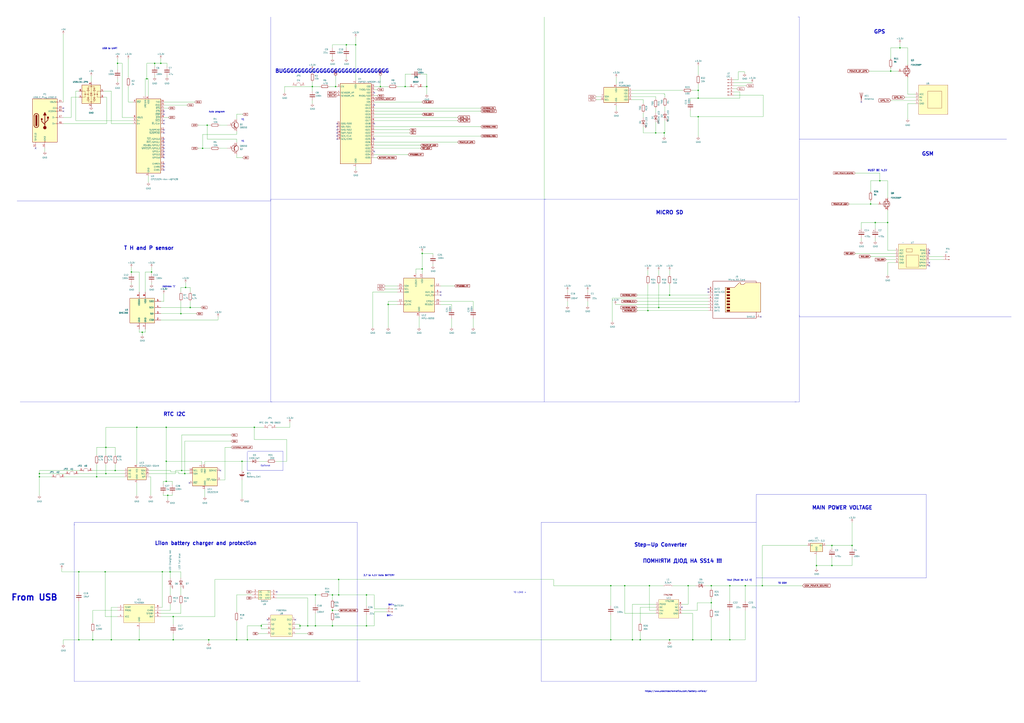
<source format=kicad_sch>
(kicad_sch (version 20231120) (generator "eeschema") (generator_version "8.0")
  (paper "A1")
  (junction (at 670.56 464.82))
  (junction (at 156.21 252.73))
  (junction (at 332.74 71.12))
  (junction (at 252.73 514.35))
  (junction (at 76.2 525.78))
  (junction (at 194.31 525.78))
  (junction (at 532.13 255.27))
  (junction (at 124.46 223.52))
  (junction (at 171.45 525.78))
  (junction (at 284.48 36.83))
  (junction (at 79.375 391.795))
  (junction (at 599.44 481.33))
  (junction (at 728.98 182.88))
  (junction (at 278.13 476.25))
  (junction (at 136.525 379.095))
  (junction (at 533.4 481.33))
  (junction (at 568.96 525.78))
  (junction (at 584.2 481.33))
  (junction (at 722.63 148.59))
  (junction (at 64.77 525.78))
  (junction (at 541.02 252.73))
  (junction (at 718.82 182.88))
  (junction (at 64.77 469.9))
  (junction (at 170.18 102.87))
  (junction (at 584.2 525.78))
  (junction (at 549.91 242.57))
  (junction (at 573.405 95.885))
  (junction (at 86.995 389.255))
  (junction (at 166.37 121.92))
  (junction (at 545.465 109.22))
  (junction (at 112.395 351.155))
  (junction (at 149.225 386.715))
  (junction (at 350.52 71.12))
  (junction (at 32.385 389.255))
  (junction (at 538.48 109.22))
  (junction (at 132.08 52.07))
  (junction (at 525.78 525.78))
  (junction (at 32.385 391.795))
  (junction (at 137.795 407.035))
  (junction (at 519.43 525.78))
  (junction (at 565.15 481.33))
  (junction (at 549.91 525.78))
  (junction (at 584.2 495.3))
  (junction (at 573.405 74.295))
  (junction (at 699.77 448.31))
  (junction (at 86.995 367.665))
  (junction (at 626.11 481.33))
  (junction (at 739.14 39.37))
  (junction (at 114.3 525.78))
  (junction (at 300.99 514.35))
  (junction (at 198.755 379.095))
  (junction (at 142.24 525.78))
  (junction (at 152.4 236.22))
  (junction (at 259.08 514.35))
  (junction (at 208.915 351.155))
  (junction (at 573.405 80.645))
  (junction (at 318.77 250.19))
  (junction (at 501.65 481.33))
  (junction (at 107.95 223.52))
  (junction (at 731.52 58.42))
  (junction (at 312.42 71.12))
  (junction (at 148.59 257.81))
  (junction (at 96.52 52.07))
  (junction (at 133.35 469.9))
  (junction (at 300.99 488.95))
  (junction (at 346.71 220.98))
  (junction (at 599.44 525.78))
  (junction (at 151.765 389.255))
  (junction (at 612.14 481.33))
  (junction (at 275.59 71.12))
  (junction (at 259.08 488.95))
  (junction (at 139.7 469.9))
  (junction (at 214.63 514.35))
  (junction (at 203.2 525.78))
  (junction (at 273.05 501.65))
  (junction (at 683.26 464.82))
  (junction (at 142.24 506.73))
  (junction (at 715.01 167.64))
  (junction (at 273.05 488.95))
  (junction (at 86.36 469.9))
  (junction (at 136.525 395.605))
  (junction (at 116.84 273.05))
  (junction (at 127 52.07))
  (junction (at 91.44 525.78))
  (junction (at 501.65 525.78))
  (junction (at 278.13 488.95))
  (junction (at 273.05 514.35))
  (junction (at 256.54 71.12))
  (junction (at 246.38 514.35))
  (junction (at 513.08 481.33))
  (junction (at 292.1 36.83))
  (junction (at 346.71 208.28))
  (junction (at 136.525 351.155))
  (junction (at 683.26 448.31))
  (junction (at 120.65 64.77))
  (junction (at 94.615 386.715))
  (no_connect (at 155.575 396.875))
  (no_connect (at 361.95 242.57))
  (no_connect (at 763.27 215.9))
  (no_connect (at 581.66 237.49))
  (no_connect (at 560.07 499.11))
  (no_connect (at 52.07 88.9))
  (no_connect (at 134.62 116.84))
  (no_connect (at 763.27 218.44))
  (no_connect (at 134.62 137.16))
  (no_connect (at 134.62 121.92))
  (no_connect (at 763.27 208.28))
  (no_connect (at 307.34 86.36))
  (no_connect (at 242.57 509.27))
  (no_connect (at 134.62 106.68))
  (no_connect (at 227.33 486.41))
  (no_connect (at 180.975 386.715))
  (no_connect (at 276.86 111.76))
  (no_connect (at 29.21 121.92))
  (no_connect (at 134.62 127))
  (no_connect (at 134.62 99.06))
  (no_connect (at 134.62 139.7))
  (no_connect (at 219.71 509.27))
  (no_connect (at 134.62 93.98))
  (no_connect (at 707.39 83.82))
  (no_connect (at 134.62 101.6))
  (no_connect (at 134.62 109.22))
  (no_connect (at 134.62 91.44))
  (no_connect (at 624.84 260.35))
  (no_connect (at 276.86 114.3))
  (no_connect (at 581.66 240.03))
  (no_connect (at 276.86 106.68))
  (no_connect (at 307.34 76.2))
  (no_connect (at 276.86 101.6))
  (no_connect (at 307.34 114.3))
  (no_connect (at 361.95 240.03))
  (no_connect (at 307.34 101.6))
  (no_connect (at 763.27 205.74))
  (no_connect (at 276.86 104.14))
  (no_connect (at 134.62 124.46))
  (no_connect (at 276.86 109.22))
  (no_connect (at 307.34 124.46))
  (no_connect (at 134.62 114.3))
  (no_connect (at 134.62 119.38))
  (no_connect (at 134.62 134.62))
  (no_connect (at 134.62 129.54))
  (no_connect (at 52.07 91.44))
  (wire (pts (xy 86.995 389.255) (xy 102.235 389.255)))
  (wire (pts (xy 745.49 63.5) (xy 745.49 77.47)))
  (wire (pts (xy 745.49 85.09) (xy 745.49 97.79)))
  (wire (pts (xy 96.52 501.65) (xy 76.2 501.65)))
  (wire (pts (xy 124.46 224.79) (xy 124.46 223.52)))
  (wire (pts (xy 573.405 74.295) (xy 573.405 69.215)))
  (wire (pts (xy 64.77 525.78) (xy 52.07 525.78)))
  (wire (pts (xy 727.71 213.36) (xy 735.33 213.36)))
  (wire (pts (xy 132.08 501.65) (xy 139.7 501.65)))
  (wire (pts (xy 86.995 351.155) (xy 86.995 367.665)))
  (wire (pts (xy 79.375 374.015) (xy 79.375 367.665)))
  (wire (pts (xy 737.87 58.42) (xy 731.52 58.42)))
  (wire (pts (xy 148.59 247.65) (xy 148.59 257.81)))
  (wire (pts (xy 256.54 67.31) (xy 256.54 71.12)))
  (wire (pts (xy 76.2 501.65) (xy 76.2 511.81)))
  (wire (pts (xy 141.605 395.605) (xy 141.605 398.145)))
  (wire (pts (xy 168.275 379.095) (xy 198.755 379.095)))
  (wire (pts (xy 148.59 504.19) (xy 148.59 496.57)))
  (polyline (pts (xy 448.31 163.83) (xy 447.04 163.83)))
  (wire (pts (xy 132.08 257.81) (xy 148.59 257.81)))
  (wire (pts (xy 32.385 391.795) (xy 42.545 391.795)))
  (wire (pts (xy 715.01 210.82) (xy 735.33 210.82)))
  (wire (pts (xy 611.505 59.055) (xy 611.505 60.325)))
  (wire (pts (xy 728.98 182.88) (xy 728.98 205.74)))
  (wire (pts (xy 606.425 65.405) (xy 606.425 59.055)))
  (wire (pts (xy 607.695 75.565) (xy 602.615 75.565)))
  (wire (pts (xy 278.13 476.25) (xy 454.66 476.25)))
  (wire (pts (xy 180.34 102.87) (xy 186.69 102.87)))
  (wire (pts (xy 133.985 407.035) (xy 133.985 405.765)))
  (wire (pts (xy 345.44 60.96) (xy 350.52 60.96)))
  (wire (pts (xy 567.055 80.645) (xy 573.405 80.645)))
  (wire (pts (xy 523.24 252.73) (xy 541.02 252.73)))
  (wire (pts (xy 318.77 250.19) (xy 318.77 269.24)))
  (wire (pts (xy 275.59 62.23) (xy 275.59 71.12)))
  (wire (pts (xy 506.095 90.805) (xy 506.095 86.995)))
  (polyline (pts (xy 16.51 330.2) (xy 223.52 330.2)))
  (wire (pts (xy 375.92 96.52) (xy 307.34 96.52)))
  (wire (pts (xy 219.71 513.08) (xy 214.63 513.08)))
  (wire (pts (xy 65.405 386.715) (xy 32.385 386.715)))
  (wire (pts (xy 697.23 167.64) (xy 715.01 167.64)))
  (wire (pts (xy 745.49 77.47) (xy 751.84 77.47)))
  (wire (pts (xy 62.23 99.06) (xy 109.22 99.06)))
  (wire (pts (xy 707.39 182.88) (xy 707.39 187.96)))
  (wire (pts (xy 256.54 71.12) (xy 256.54 74.93)))
  (wire (pts (xy 300.99 488.95) (xy 307.34 488.95)))
  (wire (pts (xy 307.34 106.68) (xy 336.55 106.68)))
  (wire (pts (xy 137.795 407.035) (xy 133.985 407.035)))
  (wire (pts (xy 96.52 52.07) (xy 100.33 52.07)))
  (wire (pts (xy 501.65 505.46) (xy 501.65 525.78)))
  (wire (pts (xy 599.44 481.33) (xy 612.14 481.33)))
  (wire (pts (xy 278.13 488.95) (xy 300.99 488.95)))
  (wire (pts (xy 702.31 208.28) (xy 735.33 208.28)))
  (wire (pts (xy 105.41 71.12) (xy 105.41 83.82)))
  (wire (pts (xy 50.8 467.36) (xy 50.8 469.9)))
  (wire (pts (xy 252.73 514.35) (xy 252.73 491.49)))
  (wire (pts (xy 584.2 481.33) (xy 584.2 483.87)))
  (wire (pts (xy 91.44 101.6) (xy 109.22 101.6)))
  (wire (pts (xy 312.42 62.23) (xy 312.42 71.12)))
  (wire (pts (xy 86.995 351.155) (xy 112.395 351.155)))
  (wire (pts (xy 541.02 222.25) (xy 541.02 226.06)))
  (wire (pts (xy 136.525 379.095) (xy 136.525 395.605)))
  (wire (pts (xy 246.38 516.89) (xy 242.57 516.89)))
  (wire (pts (xy 148.59 236.22) (xy 152.4 236.22)))
  (wire (pts (xy 528.32 81.915) (xy 528.32 85.09)))
  (wire (pts (xy 256.54 82.55) (xy 256.54 85.09)))
  (wire (pts (xy 86.36 469.9) (xy 86.36 506.73)))
  (wire (pts (xy 87.63 80.01) (xy 85.09 80.01)))
  (wire (pts (xy 137.795 410.845) (xy 137.795 407.035)))
  (wire (pts (xy 94.615 386.715) (xy 102.235 386.715)))
  (wire (pts (xy 312.42 71.12) (xy 318.77 71.12)))
  (wire (pts (xy 489.585 81.915) (xy 493.395 81.915)))
  (wire (pts (xy 626.745 95.885) (xy 626.745 78.105)))
  (wire (pts (xy 731.52 39.37) (xy 739.14 39.37)))
  (wire (pts (xy 300.99 505.46) (xy 300.99 514.35)))
  (wire (pts (xy 573.405 53.975) (xy 573.405 61.595)))
  (polyline (pts (xy 232.41 386.715) (xy 232.41 370.84)))
  (wire (pts (xy 307.34 116.84) (xy 375.92 116.84)))
  (wire (pts (xy 139.7 482.6) (xy 139.7 488.95)))
  (wire (pts (xy 581.66 255.27) (xy 532.13 255.27)))
  (polyline (pts (xy 760.73 406.4) (xy 760.73 474.98)))
  (wire (pts (xy 373.38 234.95) (xy 361.95 234.95)))
  (wire (pts (xy 501.65 525.78) (xy 519.43 525.78)))
  (polyline (pts (xy 293.37 560.07) (xy 293.37 429.26)))
  (wire (pts (xy 345.44 121.92) (xy 307.34 121.92)))
  (wire (pts (xy 127 52.07) (xy 120.65 52.07)))
  (wire (pts (xy 549.91 233.68) (xy 549.91 242.57)))
  (wire (pts (xy 513.08 481.33) (xy 533.4 481.33)))
  (wire (pts (xy 683.26 464.82) (xy 699.77 464.82)))
  (wire (pts (xy 699.77 448.31) (xy 699.77 450.85)))
  (wire (pts (xy 573.405 74.295) (xy 573.405 80.645)))
  (wire (pts (xy 523.24 242.57) (xy 549.91 242.57)))
  (polyline (pts (xy 621.03 560.07) (xy 444.5 560.07)))
  (wire (pts (xy 179.07 260.35) (xy 179.07 262.89)))
  (polyline (pts (xy 444.5 429.26) (xy 444.5 560.07)))
  (wire (pts (xy 235.585 379.095) (xy 235.585 361.315)))
  (wire (pts (xy 166.37 110.49) (xy 166.37 121.92)))
  (wire (pts (xy 233.68 71.12) (xy 233.68 76.2)))
  (wire (pts (xy 612.14 481.33) (xy 626.11 481.33)))
  (wire (pts (xy 523.24 247.65) (xy 581.66 247.65)))
  (wire (pts (xy 292.1 36.83) (xy 284.48 36.83)))
  (wire (pts (xy 156.21 247.65) (xy 156.21 252.73)))
  (wire (pts (xy 259.08 488.95) (xy 259.08 496.57)))
  (wire (pts (xy 137.16 52.07) (xy 132.08 52.07)))
  (wire (pts (xy 142.24 506.73) (xy 176.53 506.73)))
  (wire (pts (xy 87.63 101.6) (xy 87.63 80.01)))
  (wire (pts (xy 165.735 379.095) (xy 136.525 379.095)))
  (wire (pts (xy 702.31 142.24) (xy 722.63 142.24)))
  (wire (pts (xy 144.145 389.255) (xy 144.145 386.715)))
  (wire (pts (xy 148.59 469.9) (xy 148.59 474.98)))
  (wire (pts (xy 670.56 455.93) (xy 670.56 464.82)))
  (wire (pts (xy 307.34 502.92) (xy 307.34 514.35)))
  (wire (pts (xy 134.62 96.52) (xy 138.43 96.52)))
  (wire (pts (xy 513.08 504.19) (xy 538.48 504.19)))
  (wire (pts (xy 58.42 96.52) (xy 58.42 80.01)))
  (wire (pts (xy 203.2 525.78) (xy 501.65 525.78)))
  (wire (pts (xy 165.735 379.095) (xy 165.735 381.635)))
  (wire (pts (xy 546.1 87.63) (xy 546.1 91.44)))
  (wire (pts (xy 273.05 488.95) (xy 278.13 488.95)))
  (wire (pts (xy 148.59 482.6) (xy 148.59 488.95)))
  (wire (pts (xy 567.055 95.885) (xy 573.405 95.885)))
  (wire (pts (xy 32.385 389.255) (xy 32.385 391.795)))
  (wire (pts (xy 96.52 48.26) (xy 96.52 52.07)))
  (wire (pts (xy 742.95 80.01) (xy 751.84 80.01)))
  (wire (pts (xy 447.04 13.97) (xy 447.04 163.83)))
  (wire (pts (xy 139.7 501.65) (xy 139.7 496.57)))
  (wire (pts (xy 96.52 57.15) (xy 96.52 52.07)))
  (wire (pts (xy 292.1 137.16) (xy 292.1 139.7)))
  (wire (pts (xy 194.31 510.54) (xy 194.31 525.78)))
  (wire (pts (xy 252.73 514.35) (xy 259.08 514.35)))
  (polyline (pts (xy 656.59 330.2) (xy 652.78 330.2)))
  (wire (pts (xy 214.63 513.08) (xy 214.63 514.35)))
  (wire (pts (xy 132.08 504.19) (xy 148.59 504.19)))
  (wire (pts (xy 394.97 88.9) (xy 307.34 88.9)))
  (wire (pts (xy 341.63 220.98) (xy 341.63 224.79)))
  (wire (pts (xy 728.98 205.74) (xy 735.33 205.74)))
  (wire (pts (xy 538.48 499.11) (xy 525.78 499.11)))
  (polyline (pts (xy 621.03 429.26) (xy 621.03 406.4)))
  (wire (pts (xy 122.555 386.715) (xy 140.335 386.715)))
  (wire (pts (xy 284.48 36.83) (xy 273.05 36.83)))
  (wire (pts (xy 560.07 504.19) (xy 568.96 504.19)))
  (wire (pts (xy 341.63 220.98) (xy 346.71 220.98)))
  (wire (pts (xy 605.155 73.025) (xy 602.615 73.025)))
  (wire (pts (xy 170.18 102.87) (xy 172.72 102.87)))
  (wire (pts (xy 335.28 127) (xy 307.34 127)))
  (wire (pts (xy 96.52 506.73) (xy 86.36 506.73)))
  (wire (pts (xy 579.12 481.33) (xy 584.2 481.33)))
  (wire (pts (xy 278.13 501.65) (xy 273.05 501.65)))
  (wire (pts (xy 149.225 386.715) (xy 149.225 357.505)))
  (polyline (pts (xy 621.03 406.4) (xy 760.73 406.4)))
  (wire (pts (xy 96.52 499.11) (xy 91.44 499.11)))
  (wire (pts (xy 532.13 255.27) (xy 532.13 233.68)))
  (wire (pts (xy 670.56 464.82) (xy 683.26 464.82)))
  (wire (pts (xy 208.915 361.315) (xy 208.915 351.155)))
  (wire (pts (xy 194.31 97.79) (xy 194.31 93.98)))
  (wire (pts (xy 573.405 95.885) (xy 626.745 95.885)))
  (wire (pts (xy 198.755 394.335) (xy 198.755 409.575)))
  (wire (pts (xy 718.82 182.88) (xy 707.39 182.88)))
  (wire (pts (xy 584.2 525.78) (xy 599.44 525.78)))
  (wire (pts (xy 105.41 83.82) (xy 109.22 83.82)))
  (wire (pts (xy 541.02 252.73) (xy 581.66 252.73)))
  (wire (pts (xy 346.71 83.82) (xy 307.34 83.82)))
  (wire (pts (xy 198.755 379.095) (xy 205.105 379.095)))
  (wire (pts (xy 252.73 491.49) (xy 227.33 491.49)))
  (wire (pts (xy 105.41 48.26) (xy 105.41 63.5)))
  (wire (pts (xy 107.95 232.41) (xy 107.95 233.68)))
  (wire (pts (xy 565.15 481.33) (xy 571.5 481.33)))
  (wire (pts (xy 227.33 488.95) (xy 259.08 488.95)))
  (wire (pts (xy 152.4 236.22) (xy 156.21 236.22)))
  (wire (pts (xy 549.91 222.25) (xy 549.91 226.06)))
  (wire (pts (xy 612.14 481.33) (xy 612.14 494.03)))
  (wire (pts (xy 32.385 389.255) (xy 53.975 389.255)))
  (wire (pts (xy 127 52.07) (xy 127 54.61)))
  (wire (pts (xy 584.2 481.33) (xy 599.44 481.33)))
  (wire (pts (xy 252.73 520.7) (xy 242.57 520.7)))
  (wire (pts (xy 94.615 381.635) (xy 94.615 386.715)))
  (wire (pts (xy 346.71 207.01) (xy 346.71 208.28)))
  (wire (pts (xy 584.2 508) (xy 584.2 525.78)))
  (wire (pts (xy 731.52 82.55) (xy 751.84 82.55)))
  (polyline (pts (xy 656.59 215.9) (xy 656.59 260.35)))
  (wire (pts (xy 120.65 64.77) (xy 121.92 64.77)))
  (wire (pts (xy 306.07 240.03) (xy 306.07 269.24)))
  (wire (pts (xy 149.225 357.505) (xy 189.865 357.505)))
  (wire (pts (xy 466.09 251.46) (xy 466.09 247.65)))
  (wire (pts (xy 505.46 250.19) (xy 581.66 250.19)))
  (wire (pts (xy 728.98 148.59) (xy 728.98 162.56)))
  (wire (pts (xy 162.56 121.92) (xy 166.37 121.92)))
  (wire (pts (xy 203.2 514.35) (xy 203.2 525.78)))
  (polyline (pts (xy 60.96 560.07) (xy 295.91 560.07)))
  (wire (pts (xy 599.44 525.78) (xy 612.14 525.78)))
  (wire (pts (xy 300.99 514.35) (xy 307.34 514.35)))
  (wire (pts (xy 76.2 519.43) (xy 76.2 525.78)))
  (wire (pts (xy 626.11 481.33) (xy 626.11 448.31)))
  (wire (pts (xy 32.385 386.715) (xy 32.385 389.255)))
  (wire (pts (xy 546.1 77.47) (xy 546.1 80.01)))
  (wire (pts (xy 584.2 495.3) (xy 584.2 491.49)))
  (wire (pts (xy 518.795 79.375) (xy 538.48 79.375)))
  (wire (pts (xy 273.05 36.83) (xy 273.05 39.37)))
  (wire (pts (xy 538.48 79.375) (xy 538.48 81.28)))
  (wire (pts (xy 350.52 71.12) (xy 350.52 77.47)))
  (wire (pts (xy 100.33 96.52) (xy 109.22 96.52)))
  (wire (pts (xy 518.795 74.295) (xy 560.705 74.295)))
  (wire (pts (xy 208.915 351.155) (xy 216.535 351.155)))
  (wire (pts (xy 112.395 351.155) (xy 136.525 351.155)))
  (wire (pts (xy 194.31 488.95) (xy 194.31 502.92)))
  (wire (pts (xy 168.275 379.095) (xy 168.275 381.635)))
  (wire (pts (xy 79.375 367.665) (xy 86.995 367.665)))
  (wire (pts (xy 273.05 501.65) (xy 273.05 502.92)))
  (wire (pts (xy 212.725 379.095) (xy 219.075 379.095)))
  (wire (pts (xy 151.765 389.255) (xy 155.575 389.255)))
  (wire (pts (xy 482.6 251.46) (xy 482.6 247.65)))
  (wire (pts (xy 344.17 269.24) (xy 344.17 260.35)))
  (wire (pts (xy 332.74 71.12) (xy 336.55 71.12)))
  (wire (pts (xy 718.82 182.88) (xy 728.98 182.88)))
  (wire (pts (xy 518.795 81.915) (xy 528.32 81.915)))
  (wire (pts (xy 394.97 111.76) (xy 307.34 111.76)))
  (wire (pts (xy 751.84 85.09) (xy 745.49 85.09)))
  (wire (pts (xy 715.01 157.48) (xy 715.01 148.59)))
  (wire (pts (xy 256.54 71.12) (xy 262.89 71.12)))
  (wire (pts (xy 538.48 496.57) (xy 519.43 496.57)))
  (wire (pts (xy 136.525 395.605) (xy 141.605 395.605)))
  (wire (pts (xy 545.465 76.835) (xy 518.795 76.835)))
  (wire (pts (xy 124.46 232.41) (xy 124.46 233.68)))
  (wire (pts (xy 346.71 93.98) (xy 307.34 93.98)))
  (wire (pts (xy 525.78 499.11) (xy 525.78 511.81)))
  (wire (pts (xy 91.44 525.78) (xy 114.3 525.78)))
  (wire (pts (xy 122.555 391.795) (xy 123.825 391.795)))
  (wire (pts (xy 76.2 525.78) (xy 91.44 525.78)))
  (wire (pts (xy 273.05 500.38) (xy 273.05 501.65)))
  (polyline (pts (xy 447.04 163.83) (xy 447.04 330.2)))
  (wire (pts (xy 122.555 389.255) (xy 144.145 389.255)))
  (wire (pts (xy 52.07 525.78) (xy 52.07 529.59)))
  (wire (pts (xy 699.77 458.47) (xy 699.77 464.82)))
  (wire (pts (xy 573.405 80.645) (xy 607.695 80.645)))
  (wire (pts (xy 599.44 481.33) (xy 599.44 494.03)))
  (polyline (pts (xy 222.25 330.2) (xy 222.25 163.83)))
  (wire (pts (xy 565.15 481.33) (xy 565.15 496.57)))
  (wire (pts (xy 198.755 379.095) (xy 198.755 386.715)))
  (wire (pts (xy 567.055 90.805) (xy 567.055 95.885)))
  (wire (pts (xy 581.66 245.11) (xy 502.92 245.11)))
  (wire (pts (xy 107.95 223.52) (xy 107.95 224.79)))
  (wire (pts (xy 162.56 102.87) (xy 170.18 102.87)))
  (wire (pts (xy 332.74 60.96) (xy 332.74 71.12)))
  (wire (pts (xy 316.23 234.95) (xy 326.39 234.95)))
  (wire (pts (xy 567.055 83.185) (xy 567.055 80.645)))
  (wire (pts (xy 148.59 240.03) (xy 148.59 236.22)))
  (wire (pts (xy 626.745 78.105) (xy 602.615 78.105)))
  (wire (pts (xy 552.45 481.33) (xy 565.15 481.33)))
  (wire (pts (xy 713.74 58.42) (xy 731.52 58.42)))
  (wire (pts (xy 528.32 104.14) (xy 528.32 109.22)))
  (wire (pts (xy 501.65 481.33) (xy 513.08 481.33)))
  (wire (pts (xy 146.685 389.255) (xy 151.765 389.255)))
  (wire (pts (xy 137.16 52.07) (xy 137.16 54.61)))
  (wire (pts (xy 292.1 36.83) (xy 292.1 66.04)))
  (wire (pts (xy 114.3 525.78) (xy 142.24 525.78)))
  (wire (pts (xy 538.48 109.22) (xy 545.465 109.22)))
  (wire (pts (xy 326.39 247.65) (xy 318.77 247.65)))
  (polyline (pts (xy 656.59 114.3) (xy 826.77 114.3)))
  (wire (pts (xy 79.375 391.795) (xy 102.235 391.795)))
  (wire (pts (xy 136.525 351.155) (xy 136.525 379.095)))
  (wire (pts (xy 545.465 77.47) (xy 546.1 77.47)))
  (wire (pts (xy 52.07 101.6) (xy 87.63 101.6)))
  (wire (pts (xy 683.26 458.47) (xy 683.26 464.82)))
  (wire (pts (xy 528.32 109.22) (xy 538.48 109.22)))
  (wire (pts (xy 502.92 245.11) (xy 502.92 264.16)))
  (wire (pts (xy 180.975 394.335) (xy 184.785 394.335)))
  (polyline (pts (xy 656.59 114.3) (xy 656.59 13.97)))
  (wire (pts (xy 721.36 167.64) (xy 715.01 167.64)))
  (wire (pts (xy 133.985 395.605) (xy 136.525 395.605)))
  (wire (pts (xy 731.52 58.42) (xy 731.52 55.88)))
  (wire (pts (xy 273.05 514.35) (xy 300.99 514.35)))
  (wire (pts (xy 307.34 71.12) (xy 312.42 71.12)))
  (wire (pts (xy 612.14 501.65) (xy 612.14 525.78)))
  (wire (pts (xy 565.15 496.57) (xy 560.07 496.57)))
  (wire (pts (xy 307.34 78.74) (xy 309.88 78.74)))
  (wire (pts (xy 361.95 250.19) (xy 370.84 250.19)))
  (wire (pts (xy 180.34 121.92) (xy 186.69 121.92)))
  (polyline (pts (xy 654.05 163.83) (xy 655.32 163.83)))
  (wire (pts (xy 739.14 39.37) (xy 745.49 39.37)))
  (wire (pts (xy 346.71 220.98) (xy 346.71 224.79)))
  (wire (pts (xy 513.08 481.33) (xy 513.08 504.19)))
  (wire (pts (xy 171.45 528.32) (xy 171.45 525.78)))
  (wire (pts (xy 546.1 99.06) (xy 546.1 109.22)))
  (wire (pts (xy 107.95 223.52) (xy 114.3 223.52)))
  (polyline (pts (xy 760.73 474.98) (xy 621.03 474.98)))
  (wire (pts (xy 226.695 379.095) (xy 235.585 379.095)))
  (wire (pts (xy 718.82 195.58) (xy 718.82 198.12)))
  (wire (pts (xy 212.09 520.7) (xy 219.71 520.7)))
  (wire (pts (xy 259.08 514.35) (xy 273.05 514.35)))
  (wire (pts (xy 718.82 187.96) (xy 718.82 182.88)))
  (wire (pts (xy 156.21 236.22) (xy 156.21 240.03)))
  (wire (pts (xy 136.525 351.155) (xy 208.915 351.155)))
  (wire (pts (xy 292.1 30.48) (xy 292.1 36.83)))
  (wire (pts (xy 326.39 71.12) (xy 332.74 71.12)))
  (wire (pts (xy 745.49 39.37) (xy 745.49 53.34)))
  (wire (pts (xy 107.95 219.71) (xy 107.95 223.52)))
  (wire (pts (xy 482.6 240.03) (xy 482.6 238.76)))
  (wire (pts (xy 549.91 527.05) (xy 549.91 525.78)))
  (wire (pts (xy 75.565 386.715) (xy 94.615 386.715)))
  (wire (pts (xy 519.43 525.78) (xy 525.78 525.78)))
  (wire (pts (xy 214.63 516.89) (xy 219.71 516.89)))
  (polyline (pts (xy 13.97 165.1) (xy 222.25 165.1)))
  (wire (pts (xy 137.16 62.23) (xy 137.16 63.5)))
  (wire (pts (xy 64.77 74.93) (xy 62.23 74.93)))
  (wire (pts (xy 568.96 504.19) (xy 568.96 525.78)))
  (wire (pts (xy 119.38 64.77) (xy 120.65 64.77)))
  (wire (pts (xy 259.08 504.19) (xy 259.08 514.35)))
  (wire (pts (xy 549.91 242.57) (xy 581.66 242.57)))
  (wire (pts (xy 238.125 351.155) (xy 238.125 347.345)))
  (wire (pts (xy 337.82 60.96) (xy 332.74 60.96)))
  (wire (pts (xy 763.27 210.82) (xy 774.7 210.82)))
  (wire (pts (xy 171.45 525.78) (xy 194.31 525.78)))
  (wire (pts (xy 141.605 407.035) (xy 137.795 407.035)))
  (wire (pts (xy 246.38 514.35) (xy 252.73 514.35)))
  (wire (pts (xy 168.275 408.305) (xy 168.275 401.955)))
  (wire (pts (xy 259.08 488.95) (xy 262.89 488.95)))
  (wire (pts (xy 114.3 273.05) (xy 116.84 273.05)))
  (wire (pts (xy 370.84 250.19) (xy 370.84 254)))
  (wire (pts (xy 270.51 488.95) (xy 273.05 488.95)))
  (wire (pts (xy 307.34 500.38) (xy 317.5 500.38)))
  (wire (pts (xy 541.02 252.73) (xy 541.02 233.68)))
  (wire (pts (xy 519.43 496.57) (xy 519.43 525.78)))
  (polyline (pts (xy 222.25 13.97) (xy 222.25 165.1)))
  (wire (pts (xy 538.48 88.9) (xy 538.48 92.71)))
  (wire (pts (xy 176.53 476.25) (xy 278.13 476.25)))
  (wire (pts (xy 119.38 223.52) (xy 124.46 223.52)))
  (wire (pts (xy 683.26 448.31) (xy 699.77 448.31)))
  (wire (pts (xy 184.785 367.665) (xy 189.865 367.665)))
  (wire (pts (xy 728.98 172.72) (xy 728.98 182.88)))
  (wire (pts (xy 728.98 215.9) (xy 728.98 226.06)))
  (wire (pts (xy 549.91 525.78) (xy 568.96 525.78)))
  (wire (pts (xy 284.48 36.83) (xy 284.48 39.37)))
  (wire (pts (xy 32.385 391.795) (xy 32.385 407.035)))
  (wire (pts (xy 52.07 96.52) (xy 58.42 96.52)))
  (wire (pts (xy 50.8 469.9) (xy 64.77 469.9)))
  (wire (pts (xy 132.08 252.73) (xy 156.21 252.73)))
  (wire (pts (xy 545.465 109.22) (xy 546.1 109.22)))
  (wire (pts (xy 226.695 351.155) (xy 238.125 351.155)))
  (wire (pts (xy 116.84 273.05) (xy 116.84 275.59)))
  (wire (pts (xy 132.08 52.07) (xy 132.08 48.26)))
  (wire (pts (xy 156.21 252.73) (xy 165.1 252.73)))
  (wire (pts (xy 86.36 469.9) (xy 64.77 469.9)))
  (wire (pts (xy 166.37 121.92) (xy 172.72 121.92)))
  (wire (pts (xy 52.07 27.94) (xy 52.07 83.82)))
  (polyline (pts (xy 656.59 259.08) (xy 656.59 330.2)))
  (wire (pts (xy 538.48 100.33) (xy 538.48 109.22)))
  (wire (pts (xy 194.31 129.54) (xy 199.39 129.54)))
  (wire (pts (xy 568.96 525.78) (xy 584.2 525.78)))
  (wire (pts (xy 307.34 73.66) (xy 309.88 73.66)))
  (wire (pts (xy 370.84 269.24) (xy 370.84 261.62)))
  (wire (pts (xy 533.4 481.33) (xy 533.4 501.65)))
  (wire (pts (xy 64.77 525.78) (xy 76.2 525.78)))
  (wire (pts (xy 123.825 391.795) (xy 123.825 407.035)))
  (wire (pts (xy 120.65 52.07) (xy 120.65 64.77)))
  (polyline (pts (xy 203.2 386.715) (xy 232.41 386.715)))
  (wire (pts (xy 133.985 398.145) (xy 133.985 395.605)))
  (wire (pts (xy 573.405 112.395) (xy 573.405 95.885)))
  (wire (pts (xy 345.44 119.38) (xy 307.34 119.38)))
  (wire (pts (xy 141.605 405.765) (xy 141.605 407.035)))
  (wire (pts (xy 132.08 247.65) (xy 134.62 247.65)))
  (wire (pts (xy 151.765 389.255) (xy 151.765 362.585)))
  (wire (pts (xy 184.785 394.335) (xy 184.785 367.665)))
  (wire (pts (xy 91.44 74.93) (xy 91.44 101.6)))
  (wire (pts (xy 144.145 386.715) (xy 149.225 386.715)))
  (wire (pts (xy 86.995 381.635) (xy 86.995 389.255)))
  (wire (pts (xy 394.97 91.44) (xy 307.34 91.44)))
  (wire (pts (xy 146.685 387.985) (xy 146.685 389.255)))
  (wire (pts (xy 100.33 52.07) (xy 100.33 96.52)))
  (wire (pts (xy 194.31 127) (xy 194.31 129.54)))
  (wire (pts (xy 121.92 149.86) (xy 121.92 144.78)))
  (wire (pts (xy 242.57 513.08) (xy 246.38 513.08)))
  (wire (pts (xy 214.63 514.35) (xy 214.63 516.89)))
  (wire (pts (xy 194.31 525.78) (xy 203.2 525.78)))
  (wire (pts (xy 317.5 502.92) (xy 307.34 502.92)))
  (polyline (pts (xy 655.32 13.97) (xy 656.59 13.97)))
  (wire (pts (xy 86.995 367.665) (xy 86.995 374.015)))
  (wire (pts (xy 133.35 469.9) (xy 133.35 499.11)))
  (wire (pts (xy 707.39 195.58) (xy 707.39 198.12)))
  (wire (pts (xy 127 63.5) (xy 127 62.23)))
  (wire (pts (xy 96.52 67.31) (xy 96.52 64.77)))
  (wire (pts (xy 273.05 510.54) (xy 273.05 514.35)))
  (wire (pts (xy 307.34 99.06) (xy 375.92 99.06)))
  (wire (pts (xy 273.05 488.95) (xy 273.05 492.76)))
  (wire (pts (xy 454.66 476.25) (xy 454.66 481.33)))
  (wire (pts (xy 119.38 240.03) (xy 119.38 223.52)))
  (wire (pts (xy 309.88 129.54) (xy 307.34 129.54)))
  (wire (pts (xy 307.34 109.22) (xy 336.55 109.22)))
  (wire (pts (xy 346.71 71.12) (xy 350.52 71.12)))
  (wire (pts (xy 246.38 513.08) (xy 246.38 514.35)))
  (wire (pts (xy 307.34 488.95) (xy 307.34 500.38)))
  (wire (pts (xy 532.13 222.25) (xy 532.13 226.06)))
  (wire (pts (xy 270.51 71.12) (xy 275.59 71.12)))
  (wire (pts (xy 350.52 60.96) (xy 350.52 71.12)))
  (wire (pts (xy 355.6 218.44) (xy 355.6 217.17)))
  (polyline (pts (xy 656.59 260.35) (xy 830.58 260.35)))
  (wire (pts (xy 134.62 88.9) (xy 138.43 88.9)))
  (wire (pts (xy 36.83 121.92) (xy 36.83 124.46)))
  (wire (pts (xy 626.11 448.31) (xy 662.94 448.31)))
  (wire (pts (xy 94.615 367.665) (xy 94.615 374.015)))
  (polyline (pts (xy 447.04 330.2) (xy 654.05 330.2)))
  (wire (pts (xy 114.3 516.89) (xy 114.3 525.78)))
  (wire (pts (xy 528.32 92.71) (xy 528.32 96.52)))
  (wire (pts (xy 151.765 362.585) (xy 189.865 362.585)))
  (wire (pts (xy 62.23 74.93) (xy 62.23 99.06)))
  (wire (pts (xy 722.63 148.59) (xy 728.98 148.59)))
  (wire (pts (xy 140.335 386.715) (xy 140.335 387.985)))
  (wire (pts (xy 152.4 232.41) (xy 152.4 236.22)))
  (wire (pts (xy 318.77 247.65) (xy 318.77 250.19)))
  (polyline (pts (xy 60.96 429.26) (xy 60.96 431.8)))
  (wire (pts (xy 273.05 48.26) (xy 273.05 46.99)))
  (wire (pts (xy 763.27 213.36) (xy 774.7 213.36)))
  (polyline (pts (xy 444.5 429.26) (xy 621.03 429.26)))
  (wire (pts (xy 602.615 65.405) (xy 606.425 65.405)))
  (wire (pts (xy 538.48 501.65) (xy 533.4 501.65)))
  (wire (pts (xy 626.11 481.33) (xy 659.13 481.33)))
  (polyline (pts (xy 656.59 215.9) (xy 656.59 114.3)))
  (wire (pts (xy 124.46 219.71) (xy 124.46 223.52)))
  (wire (pts (xy 525.78 519.43) (xy 525.78 525.78)))
  (polyline (pts (xy 203.2 370.84) (xy 232.41 370.84)))
  (wire (pts (xy 121.92 64.77) (xy 121.92 78.74)))
  (wire (pts (xy 112.395 407.035) (xy 112.395 396.875)))
  (wire (pts (xy 501.65 481.33) (xy 501.65 497.84)))
  (wire (pts (xy 203.2 514.35) (xy 214.63 514.35)))
  (wire (pts (xy 64.135 389.255) (xy 86.995 389.255)))
  (wire (pts (xy 346.71 208.28) (xy 355.6 208.28)))
  (wire (pts (xy 116.84 273.05) (xy 119.38 273.05)))
  (wire (pts (xy 194.31 107.95) (xy 194.31 110.49)))
  (wire (pts (xy 176.53 506.73) (xy 176.53 476.25)))
  (wire (pts (xy 85.09 74.93) (xy 91.44 74.93)))
  (wire (pts (xy 735.33 215.9) (xy 728.98 215.9)))
  (polyline (pts (xy 293.37 429.26) (xy 60.96 429.26)))
  (wire (pts (xy 545.465 77.47) (xy 545.465 76.835)))
  (wire (pts (xy 127 52.07) (xy 132.08 52.07)))
  (wire (pts (xy 533.4 481.33) (xy 544.83 481.33)))
  (wire (pts (xy 134.62 86.36) (xy 153.67 86.36)))
  (wire (pts (xy 134.62 83.82) (xy 160.02 83.82)))
  (wire (pts (xy 146.685 387.985) (xy 140.335 387.985)))
  (wire (pts (xy 132.08 499.11) (xy 133.35 499.11)))
  (polyline (pts (xy 621.03 429.26) (xy 621.03 560.07)))
  (wire (pts (xy 568.325 74.295) (xy 573.405 74.295)))
  (wire (pts (xy 134.62 247.65) (xy 134.62 241.3)))
  (wire (pts (xy 606.425 59.055) (xy 611.505 59.055)))
  (wire (pts (xy 112.395 351.155) (xy 112.395 381.635)))
  (wire (pts (xy 506.095 63.5) (xy 506.095 69.215)))
  (wire (pts (xy 194.31 114.3) (xy 170.18 114.3)))
  (wire (pts (xy 142.24 525.78) (xy 171.45 525.78)))
  (wire (pts (xy 64.77 494.03) (xy 64.77 525.78)))
  (wire (pts (xy 523.24 255.27) (xy 532.13 255.27)))
  (wire (pts (xy 91.44 499.11) (xy 91.44 525.78)))
  (wire (pts (xy 86.36 469.9) (xy 133.35 469.9)))
  (wire (pts (xy 612.775 70.485) (xy 602.615 70.485)))
  (wire (pts (xy 194.31 116.84) (xy 194.31 114.3)))
  (wire (pts (xy 599.44 501.65) (xy 599.44 525.78)))
  (wire (pts (xy 52.705 391.795) (xy 79.375 391.795)))
  (wire (pts (xy 119.38 78.74) (xy 119.38 64.77)))
  (wire (pts (xy 139.7 474.98) (xy 139.7 469.9)))
  (polyline (pts (xy 203.2 371.475) (xy 203.2 386.715)))
  (wire (pts (xy 300.99 488.95) (xy 300.99 497.84)))
  (wire (pts (xy 355.6 209.55) (xy 355.6 208.28)))
  (wire (pts (xy 149.225 386.715) (xy 155.575 386.715)))
  (wire (pts (xy 74.93 62.23) (xy 74.93 67.31)))
  (wire (pts (xy 683.26 448.31) (xy 683.26 450.85)))
  (wire (pts (xy 132.08 506.73) (xy 142.24 506.73)))
  (wire (pts (xy 148.59 257.81) (xy 161.29 257.81)))
  (wire (pts (xy 139.7 469.9) (xy 148.59 469.9)))
  (wire (pts (xy 584.2 495.3) (xy 584.2 500.38)))
  (wire (pts (xy 560.07 501.65) (xy 572.77 501.65)))
  (wire (pts (xy 394.97 104.14) (xy 307.34 104.14)))
  (wire (pts (xy 607.695 80.645) (xy 607.695 75.565)))
  (wire (pts (xy 602.615 67.945) (xy 617.855 67.945)))
  (wire (pts (xy 142.24 520.7) (xy 142.24 525.78)))
  (wire (pts (xy 318.77 250.19) (xy 326.39 250.19)))
  (wire (pts (xy 739.14 35.56) (xy 739.14 39.37)))
  (wire (pts (xy 114.3 270.51) (xy 114.3 273.05)))
  (wire (pts (xy 256.54 57.15) (xy 256.54 59.69)))
  (polyline (pts (xy 60.96 430.53) (xy 60.96 560.07)))
  (wire (pts (xy 715.01 167.64) (xy 715.01 165.1)))
  (wire (pts (xy 572.77 501.65) (xy 572.77 495.3)))
  (wire (pts (xy 346.71 208.28) (xy 346.71 220.98)))
  (wire (pts (xy 699.77 429.26) (xy 699.77 448.31)))
  (wire (pts (xy 246.38 514.35) (xy 246.38 516.89)))
  (wire (pts (xy 388.62 247.65) (xy 388.62 254)))
  (wire (pts (xy 64.77 469.9) (xy 64.77 486.41)))
  (wire (pts (xy 275.59 71.12) (xy 276.86 71.12)))
  (wire (pts (xy 388.62 261.62) (xy 388.62 269.24)))
  (wire (pts (xy 278.13 476.25) (xy 278.13 488.95)))
  (wire (pts (xy 79.375 381.635) (xy 79.375 391.795)))
  (wire (pts (xy 361.95 247.65) (xy 388.62 247.65)))
  (wire (pts (xy 670.56 467.36) (xy 670.56 464.82)))
  (wire (pts (xy 316.23 237.49) (xy 326.39 237.49)))
  (wire (pts (xy 326.39 240.03) (xy 306.07 240.03)))
  (polyline (pts (xy 222.25 163.83) (xy 654.05 163.83)))
  (wire (pts (xy 284.48 48.26) (xy 284.48 46.99)))
  (wire (pts (xy 235.585 361.315) (xy 208.915 361.315)))
  (wire (pts (xy 678.18 448.31) (xy 683.26 448.31)))
  (wire (pts (xy 722.63 142.24) (xy 722.63 148.59)))
  (wire (pts (xy 86.995 367.665) (xy 94.615 367.665)))
  (wire (pts (xy 525.78 525.78) (xy 549.91 525.78)))
  (wire (pts (xy 170.18 114.3) (xy 170.18 102.87)))
  (wire (pts (xy 194.31 110.49) (xy 166.37 110.49)))
  (wire (pts (xy 114.3 223.52) (xy 114.3 240.03)))
  (wire (pts (xy 132.08 262.89) (xy 179.07 262.89)))
  (wire (pts (xy 489.585 79.375) (xy 493.395 79.375)))
  (wire (pts (xy 454.66 481.33) (xy 501.65 481.33)))
  (wire (pts (xy 233.68 71.12) (xy 256.54 71.12)))
  (wire (pts (xy 731.52 48.26) (xy 731.52 39.37)))
  (polyline (pts (xy 447.04 330.2) (xy 222.25 330.2)))
  (wire (pts (xy 572.77 495.3) (xy 584.2 495.3)))
  (wire (pts (xy 207.01 488.95) (xy 194.31 488.95)))
  (wire (pts (xy 58.42 80.01) (xy 64.77 80.01)))
  (wire (pts (xy 194.31 93.98) (xy 199.39 93.98)))
  (wire (pts (xy 466.09 240.03) (xy 466.09 238.76)))
  (wire (pts (xy 715.01 148.59) (xy 722.63 148.59)))
  (wire (pts (xy 139.7 469.9) (xy 133.35 469.9)))
  (wire (pts (xy 545.465 112.395) (xy 545.465 109.22)))
  (wire (pts (xy 142.24 506.73) (xy 142.24 513.08)))
  (wire (pts (xy 119.38 273.05) (xy 119.38 270.51)))
  (text "MUST BE 4.1V\n" (at 712.47 140.97 0) (effects (font (size 1.5 1.5) (thickness 0.3) (bold yes)) (justify left bottom)))
  (text "Address '1'" (at 133.35 236.22 0) (effects (font (size 1.27 1.27) (bold yes)) (justify left bottom)))
  (text "BUGGGGGGGGGGGGGGGGGGGGGGGGGGGGG" (at 225.806 60.198 0) (effects (font (size 3 3) (bold yes)) (justify left bottom)))
  (text "T H and P sensor" (at 101.6 205.74 0) (effects (font (size 3 3) (bold yes)) (justify left bottom)))
  (text "Auto program" (at 171.45 92.71 0) (effects (font (size 1.27 1.27) (thickness 0.254) (bold yes)) (justify left bottom)))
  (text "ПОМНІЯТИ ДІОД НА SS14 !!!" (at 527.685 462.915 0) (effects (font (size 3 3) (bold yes)) (justify left bottom)))
  (text "GSM" (at 756.92 128.27 0) (effects (font (size 3 3) (bold yes)) (justify left bottom)))
  (text "GPS" (at 717.55 27.94 0) (effects (font (size 3 3) (bold yes)) (justify left bottom)))
  (text "MAIN POWER VOLTAGE" (at 666.75 419.1 0) (effects (font (size 3 3) (bold yes)) (justify left bottom)))
  (text "Y1" (at 198.12 99.06 0) (effects (font (size 1.27 1.27) (thickness 0.254) (bold yes)) (justify left bottom)))
  (text "From USB" (at 8.89 494.03 0) (effects (font (size 5 5) (bold yes)) (justify left bottom)))
  (text "2.7 to 4.1V Volts BATTERY" (at 298.45 473.71 0) (effects (font (size 1.27 1.27) (thickness 0.254) (bold yes)) (justify left bottom)))
  (text "Y1" (at 198.12 116.84 0) (effects (font (size 1.27 1.27) (thickness 0.254) (bold yes)) (justify left bottom)))
  (text "Step-Up Converter" (at 520.7 449.58 0) (effects (font (size 3 3) (bold yes)) (justify left bottom)))
  (text "RTC I2C" (at 133.985 342.265 0) (effects (font (size 3 3) (bold yes)) (justify left bottom)))
  (text "Optional" (at 213.995 383.54 0) (effects (font (size 1.27 1.27)) (justify left bottom)))
  (text "BAT+" (at 318.77 497.84 0) (effects (font (size 1.27 1.27) (bold yes)) (justify left bottom)))
  (text "USB to UART" (at 83.82 40.64 0) (effects (font (size 1.27 1.27) (thickness 0.254) (bold yes)) (justify left bottom)))
  (text "TO LOAD +" (at 421.64 487.68 0) (effects (font (size 1.27 1.27)) (justify left bottom)))
  (text "TO GSM" (at 638.81 480.06 0) (effects (font (size 1.27 1.27) (bold yes)) (justify left bottom)))
  (text "MICRO SD" (at 538.48 176.53 0) (effects (font (size 3 3) (bold yes)) (justify left bottom)))
  (text "BAT-" (at 317.5 506.73 0) (effects (font (size 1.27 1.27) (bold yes)) (justify left bottom)))
  (text "Vout (Must be 4.1 V)" (at 596.9 477.52 0) (effects (font (size 1.27 1.27) (bold yes)) (justify left bottom)))
  (text "LiIon battery charger and protection" (at 127 448.31 0) (effects (font (size 3 3) (bold yes)) (justify left bottom)))
  (text "https://www.electroschematics.com/battery-shield/" (at 529.59 568.96 0) (effects (font (size 1.27 1.27) (bold yes)) (justify left bottom)))
  (global_label "GPS_RX" (shape input) (at 742.95 80.01 180) (effects (font (thickness 0.254) (bold yes))) (property "Intersheetrefs" "${INTERSHEET_REFS}" (effects (hide yes))))
  (global_label "POWER_OF_GPS" (shape input) (at 713.74 58.42 180) (effects (font (thickness 0.254) (bold yes))) (property "Intersheetrefs" "${INTERSHEET_REFS}" (effects (hide yes))))
  (global_label "SEN_VN" (shape input) (at 276.86 78.74 180) (effects (font (size 1 1) (bold yes))) (property "Intersheetrefs" "${INTERSHEET_REFS}" (effects (hide yes))))
  (global_label "GPS_RX" (shape input) (at 375.92 99.06 0) (effects (font (thickness 0.254) (bold yes))) (property "Intersheetrefs" "${INTERSHEET_REFS}" (effects (hide yes))))
  (global_label "SCL" (shape input) (at 605.155 73.025 0) (property "Intersheetrefs" "${INTERSHEET_REFS}" (effects (hide yes))))
  (global_label "BATTERY_VOLTAGE" (shape input) (at 278.13 501.65 0) (effects (font (size 1 1) (thickness 0.254) (bold yes))) (property "Intersheetrefs" "${INTERSHEET_REFS}" (effects (hide yes))))
  (global_label "POWER_OF_GPS" (shape input) (at 375.92 116.84 0) (effects (font (size 1 1) (thickness 0.254) (bold yes))) (property "Intersheetrefs" "${INTERSHEET_REFS}" (effects (hide yes))))
  (global_label "OD" (shape input) (at 252.73 520.7 0) (effects (font (size 1 1) (thickness 0.2) (bold yes))) (property "Intersheetrefs" "${INTERSHEET_REFS}" (effects (hide yes))))
  (global_label "RXD" (shape input) (at 160.02 83.82 0) (effects (font (size 1 1) (thickness 0.2) (bold yes))) (property "Intersheetrefs" "${INTERSHEET_REFS}" (effects (hide yes))))
  (global_label "SCL" (shape input) (at 165.1 252.73 0) (effects (font (size 1 1) (thickness 0.2) (bold yes))) (property "Intersheetrefs" "${INTERSHEET_REFS}" (effects (hide yes))))
  (global_label "OD" (shape input) (at 207.01 491.49 180) (effects (font (size 1 1) (thickness 0.2) (bold yes))) (property "Intersheetrefs" "${INTERSHEET_REFS}" (effects (hide yes))))
  (global_label "MICROSD_MOSI" (shape input) (at 394.97 111.76 0) (effects (font (size 1 1) (thickness 0.254) (bold yes))) (property "Intersheetrefs" "${INTERSHEET_REFS}" (effects (hide yes))))
  (global_label "RST_GSM" (shape input) (at 345.44 121.92 0) (effects (font (size 1 1) (thickness 0.254) (bold yes))) (property "Intersheetrefs" "${INTERSHEET_REFS}" (effects (hide yes))))
  (global_label "POWER_OF_GSM" (shape input) (at 697.23 167.64 180) (effects (font (size 1 1) (thickness 0.254) (bold yes))) (property "Intersheetrefs" "${INTERSHEET_REFS}" (effects (hide yes))))
  (global_label "POWER_OF_GSM" (shape input) (at 345.44 119.38 0) (effects (font (size 1 1) (thickness 0.254) (bold yes))) (property "Intersheetrefs" "${INTERSHEET_REFS}" (effects (hide yes))))
  (global_label "SDA" (shape input) (at 336.55 106.68 0) (effects (font (size 1 1) (thickness 0.2) (bold yes))) (property "Intersheetrefs" "${INTERSHEET_REFS}" (effects (hide yes))))
  (global_label "MICROSD_CLK" (shape input) (at 394.97 91.44 0) (effects (font (size 1 1) (thickness 0.254) (bold yes))) (property "Intersheetrefs" "${INTERSHEET_REFS}" (effects (hide yes))))
  (global_label "OC" (shape input) (at 212.09 520.7 180) (effects (font (size 1 1) (thickness 0.2) (bold yes))) (property "Intersheetrefs" "${INTERSHEET_REFS}" (effects (hide yes))))
  (global_label "RST_GSM" (shape input) (at 702.31 208.28 180) (effects (font (size 1 1) (thickness 0.254) (bold yes))) (property "Intersheetrefs" "${INTERSHEET_REFS}" (effects (hide yes))))
  (global_label "SCL" (shape input) (at 316.23 237.49 180) (property "Intersheetrefs" "${INTERSHEET_REFS}" (effects (hide yes))))
  (global_label "GSM_POWER_SOURSE" (shape input) (at 702.31 142.24 180) (effects (font (size 1 1) (bold yes))) (property "Intersheetrefs" "${INTERSHEET_REFS}" (effects (hide yes))))
  (global_label "SDA" (shape input) (at 489.585 79.375 180) (property "Intersheetrefs" "${INTERSHEET_REFS}" (effects (hide yes))))
  (global_label "EN" (shape input) (at 275.59 62.23 90) (effects (font (size 1 1) (thickness 0.254) (bold yes))) (property "Intersheetrefs" "${INTERSHEET_REFS}" (effects (hide yes))))
  (global_label "IO0" (shape input) (at 312.42 62.23 90) (effects (font (size 1 1) (thickness 0.2) (bold yes))) (property "Intersheetrefs" "${INTERSHEET_REFS}" (effects (hide yes))))
  (global_label "DTS" (shape input) (at 138.43 88.9 0) (effects (font (size 1 1) (thickness 0.2) (bold yes))) (property "Intersheetrefs" "${INTERSHEET_REFS}" (effects (hide yes))))
  (global_label "SCL" (shape input) (at 189.865 357.505 0) (effects (font (size 1 1) (thickness 0.2) (bold yes))) (property "Intersheetrefs" "${INTERSHEET_REFS}" (effects (hide yes))))
  (global_label "EXTERNAL_WOKE_UP" (shape input) (at 189.865 367.665 0) (effects (font (size 1.016 1.016) (thickness 0.2032) (bold yes))) (property "Intersheetrefs" "${INTERSHEET_REFS}" (effects (hide yes))))
  (global_label "SDA" (shape input) (at 189.865 362.585 0) (effects (font (size 1 1) (thickness 0.2) (bold yes))) (property "Intersheetrefs" "${INTERSHEET_REFS}" (effects (hide yes))))
  (global_label "SDA" (shape input) (at 161.29 257.81 0) (effects (font (size 1 1) (thickness 0.2) (bold yes))) (property "Intersheetrefs" "${INTERSHEET_REFS}" (effects (hide yes))))
  (global_label "TXD" (shape input) (at 153.67 86.36 0) (effects (font (size 1 1) (thickness 0.2) (bold yes))) (property "Intersheetrefs" "${INTERSHEET_REFS}" (effects (hide yes))))
  (global_label "TXD" (shape input) (at 309.88 73.66 0) (effects (font (size 1 1) (thickness 0.2) (bold yes))) (property "Intersheetrefs" "${INTERSHEET_REFS}" (effects (hide yes))))
  (global_label "MPU5060_INT" (shape input) (at 335.28 127 0) (effects (font (size 1 1) (thickness 0.254) (bold yes))) (property "Intersheetrefs" "${INTERSHEET_REFS}" (effects (hide yes))))
  (global_label "RXD_GSM" (shape input) (at 715.01 210.82 180) (effects (font (size 1 1) (thickness 0.254) (bold yes))) (property "Intersheetrefs" "${INTERSHEET_REFS}" (effects (hide yes))))
  (global_label "RXD" (shape input) (at 309.88 78.74 0) (effects (font (size 1 1) (thickness 0.2) (bold yes))) (property "Intersheetrefs" "${INTERSHEET_REFS}" (effects (hide yes))))
  (global_label "DTR" (shape input) (at 138.43 96.52 0) (effects (font (size 1 1) (thickness 0.2) (bold yes))) (property "Intersheetrefs" "${INTERSHEET_REFS}" (effects (hide yes))))
  (global_label "EN" (shape input) (at 199.39 93.98 0) (effects (font (size 1 1) (thickness 0.2) (bold yes))) (property "Intersheetrefs" "${INTERSHEET_REFS}" (effects (hide yes))))
  (global_label "DTR" (shape input) (at 162.56 102.87 180) (effects (font (size 1 1) (thickness 0.2) (bold yes))) (property "Intersheetrefs" "${INTERSHEET_REFS}" (effects (hide yes))))
  (global_label "GPS_TX" (shape input) (at 375.92 96.52 0) (effects (font (thickness 0.254) (bold yes))) (property "Intersheetrefs" "${INTERSHEET_REFS}" (effects (hide yes))))
  (global_label "MICROSD_CS" (shape input) (at 523.24 255.27 180) (effects (font (size 1 1) (thickness 0.254) (bold yes))) (property "Intersheetrefs" "${INTERSHEET_REFS}" (effects (hide yes))))
  (global_label "TXD_GSM" (shape input) (at 727.71 213.36 180) (effects (font (size 1 1) (thickness 0.254) (bold yes))) (property "Intersheetrefs" "${INTERSHEET_REFS}" (effects (hide yes))))
  (global_label "DTS" (shape input) (at 162.56 121.92 180) (effects (font (size 1 1) (thickness 0.2) (bold yes))) (property "Intersheetrefs" "${INTERSHEET_REFS}" (effects (hide yes))))
  (global_label "RXD_GSM" (shape input) (at 346.71 93.98 0) (effects (font (size 1 1) (thickness 0.254) (bold yes))) (property "Intersheetrefs" "${INTERSHEET_REFS}" (effects (hide yes))))
  (global_label "MICROSD_MOSI" (shape input) (at 523.24 252.73 180) (effects (font (size 1 1) (thickness 0.254) (bold yes))) (property "Intersheetrefs" "${INTERSHEET_REFS}" (effects (hide yes))))
  (global_label "MICROSD_CS" (shape input) (at 394.97 88.9 0) (effects (font (size 1 1) (thickness 0.254) (bold yes))) (property "Intersheetrefs" "${INTERSHEET_REFS}" (effects (hide yes))))
  (global_label "IO0" (shape input) (at 199.39 129.54 0) (effects (font (size 1 1) (thickness 0.2) (bold yes))) (property "Intersheetrefs" "${INTERSHEET_REFS}" (effects (hide yes))))
  (global_label "GPS_TX" (shape input) (at 731.52 82.55 180) (effects (font (thickness 0.254) (bold yes))) (property "Intersheetrefs" "${INTERSHEET_REFS}" (effects (hide yes))))
  (global_label "MPU5060_INT" (shape input) (at 373.38 234.95 0) (effects (font (size 1 1) (thickness 0.254) (bold yes))) (property "Intersheetrefs" "${INTERSHEET_REFS}" (effects (hide yes))))
  (global_label "MICROSD_MISO" (shape input) (at 523.24 242.57 180) (effects (font (size 1 1) (thickness 0.254) (bold yes))) (property "Intersheetrefs" "${INTERSHEET_REFS}" (effects (hide yes))))
  (global_label "SDA" (shape input) (at 612.775 70.485 0) (property "Intersheetrefs" "${INTERSHEET_REFS}" (effects (hide yes))))
  (global_label "MICROSD_MISO" (shape input) (at 394.97 104.14 0) (effects (font (size 1 1) (thickness 0.254) (bold yes))) (property "Intersheetrefs" "${INTERSHEET_REFS}" (effects (hide yes))))
  (global_label "EXTERNAL_WOKE_UP" (shape input) (at 307.34 81.28 0) (effects (font (size 1.016 1.016) (thickness 0.2032) (bold yes))) (property "Intersheetrefs" "${INTERSHEET_REFS}" (effects (hide yes))))
  (global_label "MICROSD_CLK" (shape input) (at 523.24 247.65 180) (effects (font (size 1 1) (thickness 0.254) (bold yes))) (property "Intersheetrefs" "${INTERSHEET_REFS}" (effects (hide yes))))
  (global_label "GSM_POWER_SOURSE" (shape input) (at 659.13 481.33 0) (effects (font (bold yes))) (property "Intersheetrefs" "${INTERSHEET_REFS}" (effects (hide yes))))
  (global_label "BATTERY_VOLTAGE" (shape input) (at 309.88 129.54 0) (effects (font (size 1 1) (thickness 0.254) (bold yes))) (property "Intersheetrefs" "${INTERSHEET_REFS}" (effects (hide yes))))
  (global_label "SCL" (shape input) (at 489.585 81.915 180) (property "Intersheetrefs" "${INTERSHEET_REFS}" (effects (hide yes))))
  (global_label "SDA" (shape input) (at 316.23 234.95 180) (property "Intersheetrefs" "${INTERSHEET_REFS}" (effects (hide yes))))
  (global_label "OC" (shape input) (at 207.01 486.41 180) (effects (font (size 1 1) (thickness 0.2) (bold yes))) (property "Intersheetrefs" "${INTERSHEET_REFS}" (effects (hide yes))))
  (global_label "SEN_VP" (shape input) (at 276.86 76.2 180) (effects (font (size 1 1) (bold yes))) (property "Intersheetrefs" "${INTERSHEET_REFS}" (effects (hide yes))))
  (global_label "SCL" (shape input) (at 336.55 109.22 0) (effects (font (size 1 1) (thickness 0.2) (bold yes))) (property "Intersheetrefs" "${INTERSHEET_REFS}" (effects (hide yes))))
  (global_label "TXD_GSM" (shape input) (at 346.71 83.82 0) (effects (font (size 1 1) (thickness 0.254) (bold yes))) (property "Intersheetrefs" "${INTERSHEET_REFS}" (effects (hide yes))))
  (symbol (lib_id "power:+3.3V") (at 346.71 207.01 0) (unit 1)
    (property "Reference" "#PWR055" (effects (hide yes)))
    (property "Value" "+3.3V" (at 346.71 203.2 0))
  )
  (symbol (lib_id "power:+3.3V") (at 617.855 67.945 0) (unit 1)
    (property "Reference" "#PWR031" (effects (hide yes)))
    (property "Value" "+3.3V" (at 617.855 64.135 0))
  )
  (symbol (lib_id "power:GND") (at 728.98 226.06 0) (unit 1)
    (property "Reference" "#PWR042" (effects (hide yes)))
    (property "Value" "GND" (at 729.107 230.4542 0))
  )
  (symbol (lib_id "power:+5V") (at 96.52 48.26 0) (unit 1)
    (property "Reference" "#PWR010" (effects (hide yes)))
    (property "Value" "+5V" (at 96.52 44.45 0))
  )
  (symbol (lib_id "Interface_Expansion:PCA9536D") (at 506.095 76.835 0) (unit 1)
    (property "Reference" "U10" (at 508.0509 67.945 0) (effects (justify left)))
    (property "Value" "PCA9536D" (at 508.0509 70.485 0) (effects (justify left)))
    (property "Footprint" "Package_SO:SOIC-8_3.9x4.9mm_P1.27mm" (effects (hide yes)))
    (property "Datasheet" "http://www.nxp.com/documents/data_sheet/PCA9536.pdf" (effects (hide yes)))
  )
  (symbol (lib_id "power:+3.3V") (at 506.095 63.5 0) (unit 1)
    (property "Reference" "#PWR068" (effects (hide yes)))
    (property "Value" "+3.3V" (at 506.095 59.69 0))
  )
  (symbol (lib_id "Device:C") (at 341.63 60.96 90) (unit 1)
    (property "Reference" "C11" (at 346.71 57.15 90) (effects (justify left)))
    (property "Value" "100n" (at 347.98 59.69 90) (effects (justify left)))
    (property "Footprint" "Capacitor_SMD:C_0603_1608Metric_Pad1.08x0.95mm_HandSolder" (effects (hide yes)))
  )
  (symbol (lib_id "power:GND") (at 482.6 251.46 0) (unit 1)
    (property "Reference" "#PWR050" (effects (hide yes)))
    (property "Value" "GND" (at 482.727 255.8542 0))
  )
  (symbol (lib_id "Device:C") (at 355.6 213.36 180) (unit 1)
    (property "Reference" "C25" (at 363.22 209.55 0) (effects (justify left)))
    (property "Value" "100n" (at 364.49 212.09 0) (effects (justify left)))
    (property "Footprint" "Capacitor_SMD:C_0603_1608Metric_Pad1.08x0.95mm_HandSolder" (effects (hide yes)))
  )
  (symbol (lib_id "Device:R") (at 715.01 161.29 0) (mirror x) (unit 1)
    (property "Reference" "R26" (at 717.55 157.48 0) (effects (justify left)))
    (property "Value" "9k" (at 717.55 160.02 0) (effects (justify left)))
    (property "Footprint" "Resistor_SMD:R_0603_1608Metric_Pad0.98x0.95mm_HandSolder" (effects (hide yes)))
  )
  (symbol (lib_id "Sensor_Motion:MPU-6050") (at 344.17 242.57 0) (unit 1)
    (property "Reference" "U12" (at 346.1259 259.08 0) (effects (justify left)))
    (property "Value" "MPU-6050" (at 346.1259 261.62 0) (effects (justify left)))
    (property "Footprint" "Sensor_Motion:InvenSense_QFN-24_4x4mm_P0.5mm" (effects (hide yes)))
    (property "Datasheet" "https://invensense.tdk.com/wp-content/uploads/2015/02/MPU-6000-Datasheet1.pdf" (effects (hide yes)))
  )
  (symbol (lib_name "GND_1") (lib_id "power:GND") (at 32.385 407.035 0) (unit 1)
    (property "Reference" "#PWR060" (effects (hide yes)))
    (property "Value" "GND" (at 32.385 412.115 0))
  )
  (symbol (lib_id "Device:R") (at 256.54 63.5 0) (unit 1)
    (property "Reference" "R3" (at 258.318 62.3316 0) (effects (justify left)))
    (property "Value" "10k" (at 258.318 64.643 0) (effects (justify left)))
    (property "Footprint" "Resistor_SMD:R_0603_1608Metric_Pad0.98x0.95mm_HandSolder" (effects (hide yes)))
  )
  (symbol (lib_id "Device:R") (at 273.05 506.73 0) (mirror y) (unit 1)
    (property "Reference" "R27" (at 278.638 504.952 0) (effects (justify left)))
    (property "Value" "100k" (at 279.4 507.238 0) (effects (justify left)))
    (property "Footprint" "Resistor_SMD:R_0603_1608Metric_Pad0.98x0.95mm_HandSolder" (effects (hide yes)))
  )
  (symbol (lib_name "GND_1") (lib_id "power:GND") (at 127 63.5 0) (unit 1)
    (property "Reference" "#PWR016" (effects (hide yes)))
    (property "Value" "GND" (at 127 68.58 0))
  )
  (symbol (lib_id "power:+3.3V") (at 541.02 222.25 0) (unit 1)
    (property "Reference" "#PWR033" (effects (hide yes)))
    (property "Value" "+3.3V" (at 541.02 218.44 0))
  )
  (symbol (lib_id "Device:R") (at 532.13 229.87 180) (unit 1)
    (property "Reference" "R24" (at 538.48 229.87 0) (effects (justify left)))
    (property "Value" "10k" (at 538.48 232.41 0) (effects (justify left)))
    (property "Footprint" "Resistor_SMD:R_0603_1608Metric_Pad0.98x0.95mm_HandSolder" (effects (hide yes)))
  )
  (symbol (lib_id "power:GND") (at 107.95 233.68 0) (unit 1)
    (property "Reference" "#PWR036" (effects (hide yes)))
    (property "Value" "GND" (at 108.077 238.0742 0))
  )
  (symbol (lib_id "power:+3.3V") (at 132.08 48.26 0) (unit 1)
    (property "Reference" "#PWR017" (effects (hide yes)))
    (property "Value" "+3.3V" (at 132.08 44.45 0))
  )
  (symbol (lib_id "RF_Module:ESP32-WROOM-32") (at 292.1 101.6 0) (unit 1)
    (property "Reference" "U4" (at 294.0559 64.77 0) (effects (justify left)))
    (property "Value" "ESP32-WROOM-32" (at 294.0559 67.31 0) (effects (justify left)))
    (property "Footprint" "RF_Module:ESP32-WROOM-32" (effects (hide yes)))
    (property "Datasheet" "https://www.espressif.com/sites/default/files/documentation/esp32-wroom-32_datasheet_en.pdf" (effects (hide yes)))
  )
  (symbol (lib_id "power:+5V") (at 52.07 27.94 0) (unit 1)
    (property "Reference" "#PWR04" (effects (hide yes)))
    (property "Value" "+5V" (at 52.07 24.13 0))
  )
  (symbol (lib_id "simbol_library:FS8205A") (at 240.03 505.46 0) (mirror y) (unit 1)
    (property "Reference" "U8" (at 231.14 504.19 0))
    (property "Value" "FS8205A" (at 231.14 501.65 0))
    (property "Footprint" "Package_SO:TSSOP-8_4.4x3mm_P0.65mm" (effects (hide yes)))
  )
  (symbol (lib_id "Device:R") (at 139.7 492.76 0) (mirror x) (unit 1)
    (property "Reference" "R13" (at 142.24 491.49 0) (effects (justify left)))
    (property "Value" "1k" (at 142.24 494.03 0) (effects (justify left)))
    (property "Footprint" "Resistor_SMD:R_0603_1608Metric_Pad0.98x0.95mm_HandSolder" (effects (hide yes)))
  )
  (symbol (lib_id "power:GND") (at 344.17 269.24 0) (unit 1)
    (property "Reference" "#PWR054" (effects (hide yes)))
    (property "Value" "GND" (at 344.297 273.6342 0))
  )
  (symbol (lib_id "Connector:Conn_01x06_Pin") (at 597.535 70.485 0) (unit 1)
    (property "Reference" "J2" (at 598.17 60.325 0))
    (property "Value" "I2C" (at 598.17 62.865 0))
    (property "Footprint" "Connector_PinHeader_1.27mm:PinHeader_1x06_P1.27mm_Vertical" (effects (hide yes)))
    (property "Description" "Generic connector, single row, 01x06, script generated" (effects (hide yes)))
  )
  (symbol (lib_id "Device:C") (at 137.16 58.42 0) (unit 1)
    (property "Reference" "C7" (at 138.43 55.88 0) (effects (justify left)))
    (property "Value" "47u" (at 138.43 60.96 0) (effects (justify left)))
    (property "Footprint" "Capacitor_SMD:C_0805_2012Metric_Pad1.18x1.45mm_HandSolder" (effects (hide yes)))
  )
  (symbol (lib_id "Device:C") (at 699.77 454.66 0) (unit 1)
    (property "Reference" "C4" (at 701.04 452.12 0) (effects (justify left)))
    (property "Value" "100n" (at 701.04 457.2 0) (effects (justify left)))
    (property "Footprint" "Capacitor_SMD:C_0603_1608Metric_Pad1.08x0.95mm_HandSolder" (effects (hide yes)))
  )
  (symbol (lib_id "power:+3.3V") (at 256.54 57.15 0) (unit 1)
    (property "Reference" "#PWR022" (effects (hide yes)))
    (property "Value" "+3.3V" (at 256.54 53.34 0))
  )
  (symbol (lib_id "power:+3.3V") (at 179.07 260.35 0) (unit 1)
    (property "Reference" "#PWR046" (effects (hide yes)))
    (property "Value" "+3.3V" (at 179.07 256.54 0))
  )
  (symbol (lib_id "power:+3.3V") (at 124.46 219.71 0) (unit 1)
    (property "Reference" "#PWR039" (effects (hide yes)))
    (property "Value" "+3.3V" (at 124.46 215.9 0))
  )
  (symbol (lib_id "Device:C") (at 482.6 243.84 0) (unit 1)
    (property "Reference" "C1" (at 485.14 241.3 0) (effects (justify left)))
    (property "Value" "22u" (at 486.41 245.11 0) (effects (justify left)))
    (property "Footprint" "Capacitor_SMD:C_0805_2012Metric_Pad1.18x1.45mm_HandSolder" (effects (hide yes)))
  )
  (symbol (lib_id "Diode:1N914WT") (at 208.915 379.095 0) (unit 1)
    (property "Reference" "D3" (at 208.915 374.015 0))
    (property "Value" "1N914WT" (at 208.915 376.555 0))
    (property "Footprint" "Diode_SMD:D_MiniMELF" (effects (hide yes)))
    (property "Datasheet" "http://www.mouser.com/ds/2/149/1N4148WT-461550.pdf" (effects (hide yes)))
    (property "Sim.Device" "D" (effects (hide yes)))
    (property "Sim.Pins" "1=K 2=A" (effects (hide yes)))
  )
  (symbol (lib_id "power:+3.3V") (at 238.125 347.345 0) (unit 1)
    (property "Reference" "#PWR067" (effects (hide yes)))
    (property "Value" "+3.3V" (at 238.125 343.535 0))
  )
  (symbol (lib_id "Device:R") (at 79.375 377.825 0) (unit 1)
    (property "Reference" "R28" (at 80.645 375.285 0) (effects (justify left)))
    (property "Value" "4.7k" (at 80.645 377.825 0) (effects (justify left)))
    (property "Footprint" "Resistor_SMD:R_0603_1608Metric_Pad0.98x0.95mm_HandSolder" (effects (hide yes)))
  )
  (symbol (lib_id "Device:C") (at 124.46 228.6 0) (unit 1)
    (property "Reference" "C13" (at 125.73 226.06 0) (effects (justify left)))
    (property "Value" "100n" (at 128.27 228.6 0) (effects (justify left)))
    (property "Footprint" "Capacitor_SMD:C_0603_1608Metric_Pad1.08x0.95mm_HandSolder" (effects (hide yes)))
  )
  (symbol (lib_id "Device:C") (at 107.95 228.6 0) (unit 1)
    (property "Reference" "C12" (at 101.6 226.06 0) (effects (justify left)))
    (property "Value" "100n" (at 100.33 228.6 0) (effects (justify left)))
    (property "Footprint" "Capacitor_SMD:C_0603_1608Metric_Pad1.08x0.95mm_HandSolder" (effects (hide yes)))
  )
  (symbol (lib_id "Device:L") (at 548.64 481.33 90) (unit 1)
    (property "Reference" "L1" (at 548.64 476.25 90))
    (property "Value" "3.3uH" (at 548.64 478.79 90))
    (property "Footprint" "Inductor_SMD:L_Ferrocore_DLG-0703" (effects (hide yes)))
  )
  (symbol (lib_name "GND_2") (lib_id "power:GND") (at 137.795 410.845 0) (unit 1)
    (property "Reference" "#PWR064" (effects (hide yes)))
    (property "Value" "GND" (at 141.605 413.385 0))
  )
  (symbol (lib_name "GND_1") (lib_id "power:GND") (at 36.83 124.46 0) (unit 1)
    (property "Reference" "#PWR01" (effects (hide yes)))
    (property "Value" "GND" (at 36.83 129.54 0))
  )
  (symbol (lib_id "Device:C") (at 370.84 257.81 180) (unit 1)
    (property "Reference" "C24" (at 367.03 252.73 90) (effects (justify left)))
    (property "Value" "100n" (at 369.57 251.46 90) (effects (justify left)))
    (property "Footprint" "Capacitor_SMD:C_0603_1608Metric_Pad1.08x0.95mm_HandSolder" (effects (hide yes)))
  )
  (symbol (lib_id "Device:C") (at 599.44 497.84 0) (unit 1)
    (property "Reference" "C22" (at 601.98 495.3 0) (effects (justify left)))
    (property "Value" "22u" (at 604.52 499.11 0) (effects (justify left)))
    (property "Footprint" "Capacitor_SMD:C_0805_2012Metric_Pad1.18x1.45mm_HandSolder" (effects (hide yes)))
  )
  (symbol (lib_id "Device:R") (at 541.02 229.87 180) (unit 1)
    (property "Reference" "R10" (at 547.37 229.87 0) (effects (justify left)))
    (property "Value" "10k" (at 547.37 232.41 0) (effects (justify left)))
    (property "Footprint" "Resistor_SMD:R_0603_1608Metric_Pad0.98x0.95mm_HandSolder" (effects (hide yes)))
  )
  (symbol (lib_id "Device:LED") (at 546.1 95.25 90) (unit 1)
    (property "Reference" "D2" (at 543.56 95.25 0))
    (property "Value" "BLUE LED" (at 548.64 95.25 0))
    (property "Footprint" "LED_SMD:LED_0603_1608Metric_Pad1.05x0.95mm_HandSolder" (effects (hide yes)))
  )
  (symbol (lib_id "power:GND") (at 355.6 218.44 0) (unit 1)
    (property "Reference" "#PWR061" (effects (hide yes)))
    (property "Value" "GND" (at 355.727 222.8342 0))
  )
  (symbol (lib_id "power:+3.3V") (at 105.41 48.26 0) (unit 1)
    (property "Reference" "#PWR014" (effects (hide yes)))
    (property "Value" "+3.3V" (at 105.41 44.45 0))
  )
  (symbol (lib_id "power:+5V") (at 74.93 62.23 0) (unit 1)
    (property "Reference" "#PWR07" (effects (hide yes)))
    (property "Value" "+5V" (at 74.93 58.42 0))
  )
  (symbol (lib_id "power:GND") (at 545.465 112.395 0) (unit 1)
    (property "Reference" "#PWR06" (effects (hide yes)))
    (property "Value" "GND" (at 545.592 116.7892 0))
  )
  (symbol (lib_id "Device:C") (at 64.77 490.22 0) (unit 1)
    (property "Reference" "C19" (at 68.58 487.68 0) (effects (justify left)))
    (property "Value" "16uF" (at 68.58 490.22 0) (effects (justify left)))
    (property "Footprint" "Capacitor_SMD:C_0805_2012Metric_Pad1.18x1.45mm_HandSolder" (effects (hide yes)))
  )
  (symbol (lib_id "power:+3.3V") (at 699.77 429.26 0) (unit 1)
    (property "Reference" "#PWR012" (effects (hide yes)))
    (property "Value" "+3.3V" (at 699.77 425.45 0))
  )
  (symbol (lib_name "GND_1") (lib_id "power:GND") (at 137.16 63.5 0) (unit 1)
    (property "Reference" "#PWR018" (effects (hide yes)))
    (property "Value" "GND" (at 137.16 68.58 0))
  )
  (symbol (lib_id "power:GND") (at 292.1 139.7 0) (unit 1)
    (property "Reference" "#PWR027" (effects (hide yes)))
    (property "Value" "GND" (at 292.227 144.0942 0))
  )
  (symbol (lib_id "power:GND") (at 370.84 269.24 0) (unit 1)
    (property "Reference" "#PWR059" (effects (hide yes)))
    (property "Value" "GND" (at 370.967 273.6342 0))
  )
  (symbol (lib_id "Sensor:BME280") (at 116.84 255.27 0) (unit 1)
    (property "Reference" "U5" (at 105.41 254.635 0) (effects (justify right)))
    (property "Value" "BME280" (at 105.41 257.175 0) (effects (justify right)))
    (property "Footprint" "Package_LGA:Bosch_LGA-8_2.5x2.5mm_P0.65mm_ClockwisePinNumbering" (effects (hide yes)))
    (property "Datasheet" "https://www.bosch-sensortec.com/media/boschsensortec/downloads/datasheets/bst-bme280-ds002.pdf" (effects (hide yes)))
  )
  (symbol (lib_id "Device:R") (at 564.515 74.295 90) (unit 1)
    (property "Reference" "R23" (at 564.515 71.755 90))
    (property "Value" "100" (at 564.515 76.835 90))
    (property "Footprint" "Resistor_SMD:R_0603_1608Metric_Pad0.98x0.95mm_HandSolder" (effects (hide yes)))
  )
  (symbol (lib_id "Jumper:Jumper_2_Open") (at 245.11 69.85 0) (unit 1)
    (property "Reference" "JP5" (at 245.11 62.23 0))
    (property "Value" "EN" (at 245.11 66.04 0))
    (property "Footprint" "Resistor_SMD:R_0603_1608Metric_Pad0.98x0.95mm_HandSolder" (effects (hide yes)))
  )
  (symbol (lib_id "power:GND") (at 506.095 90.805 0) (unit 1)
    (property "Reference" "#PWR021" (effects (hide yes)))
    (property "Value" "GND" (at 506.222 95.1992 0))
  )
  (symbol (lib_id "power:GND") (at 233.68 76.2 0) (unit 1)
    (property "Reference" "#PWR019" (effects (hide yes)))
    (property "Value" "GND" (at 233.807 80.5942 0))
  )
  (symbol (lib_id "power:GND") (at 116.84 275.59 0) (unit 1)
    (property "Reference" "#PWR038" (effects (hide yes)))
    (property "Value" "GND" (at 116.967 279.9842 0))
  )
  (symbol (lib_id "Connector:USB_C_Plug_USB2.0") (at 36.83 99.06 0) (unit 1)
    (property "Reference" "P1" (at 36.83 77.47 0))
    (property "Value" "USB_C_Plug_USB2.0" (at 36.83 80.01 0))
    (property "Footprint" "Connector_USB:USB_C_Receptacle_G-Switch_GT-USB-7010ASV" (effects (hide yes)))
    (property "Datasheet" "https://www.usb.org/sites/default/files/documents/usb_type-c.zip" (effects (hide yes)))
  )
  (symbol (lib_id "power:GND") (at 549.91 527.05 0) (unit 1)
    (property "Reference" "#PWR048" (effects (hide yes)))
    (property "Value" "GND" (at 550.037 531.4442 0))
  )
  (symbol (lib_id "Diode:1N5819WS") (at 575.31 481.33 180) (unit 1)
    (property "Reference" "D5" (at 575.6275 476.25 0))
    (property "Value" "SS14" (at 575.6275 478.79 0))
    (property "Footprint" "Diode_SMD:D_SMA" (effects (hide yes)))
    (property "Datasheet" "https://datasheet.lcsc.com/lcsc/2204281430_Guangdong-Hottech-1N5819WS_C191023.pdf" (effects (hide yes)))
  )
  (symbol (lib_id "power:GND") (at 611.505 60.325 0) (unit 1)
    (property "Reference" "#PWR032" (effects (hide yes)))
    (property "Value" "GND" (at 611.632 64.7192 0))
  )
  (symbol (lib_id "power:+3.3V") (at 532.13 222.25 0) (unit 1)
    (property "Reference" "#PWR041" (effects (hide yes)))
    (property "Value" "+3.3V" (at 532.13 218.44 0))
  )
  (symbol (lib_id "Device:Battery_Cell") (at 198.755 391.795 0) (unit 1)
    (property "Reference" "BT1" (at 202.565 389.128 0) (effects (justify left)))
    (property "Value" "Battery_Cell" (at 202.565 391.668 0) (effects (justify left)))
    (property "Footprint" "Battery:BatteryHolder_MPD_BC2003_1x2032" (effects (hide yes)))
    (property "Datasheet" "https://prom.ua/ua/p2133438765-tip-derzhatelya-batarei.html?token=v2%3AObYZJ8DsFPsvCu4vGIx1U3Obecic-6eyUhGhAh89hr9KbRs-ozP46KI4Y_mxb1is7RAqUGt_JCA_4gdCcv4jRXmZsCsOYVy0l9tFw_9eItFw-bMqI7KfzlzJM6cIfqbp&campaign_id=1483280&product_id=2133438765&source=prom%3Asearch%3Atag%3Aserp&locale=uk&category_ids=500602&from_spa=true" (effects (hide yes)))
  )
  (symbol (lib_id "Device:C") (at 141.605 401.955 0) (unit 1)
    (property "Reference" "C28" (at 144.145 399.415 0) (effects (justify left)))
    (property "Value" "100n" (at 144.145 401.955 0) (effects (justify left)))
    (property "Footprint" "Capacitor_SMD:C_0603_1608Metric_Pad1.08x0.95mm_HandSolder" (effects (hide yes)))
  )
  (symbol (lib_id "power:GND") (at 707.39 198.12 0) (unit 1)
    (property "Reference" "#PWR09" (effects (hide yes)))
    (property "Value" "GND" (at 707.517 202.5142 0))
  )
  (symbol (lib_id "Device:C") (at 256.54 78.74 0) (unit 1)
    (property "Reference" "C8" (at 259.08 76.2 0) (effects (justify left)))
    (property "Value" "100n" (at 259.08 78.74 0) (effects (justify left)))
    (property "Footprint" "Capacitor_SMD:C_0603_1608Metric_Pad1.08x0.95mm_HandSolder" (effects (hide yes)))
  )
  (symbol (lib_id "Device:R") (at 549.91 229.87 180) (unit 1)
    (property "Reference" "R12" (at 556.26 229.87 0) (effects (justify left)))
    (property "Value" "10k" (at 556.26 232.41 0) (effects (justify left)))
    (property "Footprint" "Resistor_SMD:R_0603_1608Metric_Pad0.98x0.95mm_HandSolder" (effects (hide yes)))
  )
  (symbol (lib_id "Device:LED") (at 528.32 100.33 90) (unit 1)
    (property "Reference" "D4" (at 525.78 100.33 0))
    (property "Value" "RED LED" (at 530.86 100.33 0))
    (property "Footprint" "LED_SMD:LED_0603_1608Metric_Pad1.05x0.95mm_HandSolder" (effects (hide yes)))
  )
  (symbol (lib_id "power:GND") (at 124.46 233.68 0) (unit 1)
    (property "Reference" "#PWR040" (effects (hide yes)))
    (property "Value" "GND" (at 124.587 238.0742 0))
  )
  (symbol (lib_id "power:GND") (at 670.56 467.36 0) (unit 1)
    (property "Reference" "#PWR03" (effects (hide yes)))
    (property "Value" "GND" (at 670.687 471.7542 0))
  )
  (symbol (lib_id "Device:R") (at 148.59 492.76 0) (mirror x) (unit 1)
    (property "Reference" "R16" (at 151.13 491.49 0) (effects (justify left)))
    (property "Value" "1k" (at 151.13 494.03 0) (effects (justify left)))
    (property "Footprint" "Resistor_SMD:R_0603_1608Metric_Pad0.98x0.95mm_HandSolder" (effects (hide yes)))
  )
  (symbol (lib_id "power:GND") (at 306.07 269.24 0) (unit 1)
    (property "Reference" "#PWR056" (effects (hide yes)))
    (property "Value" "GND" (at 306.197 273.6342 0))
  )
  (symbol (lib_id "Device:C") (at 133.985 401.955 0) (unit 1)
    (property "Reference" "C27" (at 135.255 399.415 0) (effects (justify left)))
    (property "Value" "1u" (at 136.525 401.955 0) (effects (justify left)))
    (property "Footprint" "Capacitor_SMD:C_0603_1608Metric_Pad1.08x0.95mm_HandSolder" (effects (hide yes)))
  )
  (symbol (lib_id "power:+3.3V") (at 107.95 219.71 0) (unit 1)
    (property "Reference" "#PWR035" (effects (hide yes)))
    (property "Value" "+3.3V" (at 107.95 215.9 0))
  )
  (symbol (lib_name "GND_1") (lib_id "power:GND") (at 121.92 149.86 0) (unit 1)
    (property "Reference" "#PWR015" (effects (hide yes)))
    (property "Value" "GND" (at 121.92 154.94 0))
  )
  (symbol (lib_id "power:GND") (at 388.62 269.24 0) (unit 1)
    (property "Reference" "#PWR058" (effects (hide yes)))
    (property "Value" "GND" (at 388.747 273.6342 0))
  )
  (symbol (lib_id "Device:C") (at 612.14 497.84 0) (unit 1)
    (property "Reference" "C23" (at 614.68 495.3 0) (effects (justify left)))
    (property "Value" "22u" (at 617.22 499.11 0) (effects (justify left)))
    (property "Footprint" "Capacitor_SMD:C_0805_2012Metric_Pad1.18x1.45mm_HandSolder" (effects (hide yes)))
  )
  (symbol (lib_id "Device:C") (at 501.65 501.65 0) (unit 1)
    (property "Reference" "C21" (at 504.19 499.11 0) (effects (justify left)))
    (property "Value" "100u" (at 506.73 502.92 0) (effects (justify left)))
    (property "Footprint" "Capacitor_SMD:C_1206_3216Metric_Pad1.33x1.80mm_HandSolder" (effects (hide yes)))
  )
  (symbol (lib_id "Device:R") (at 731.52 52.07 0) (mirror x) (unit 1)
    (property "Reference" "R11" (at 734.06 48.26 0) (effects (justify left)))
    (property "Value" "9k" (at 734.06 50.8 0) (effects (justify left)))
    (property "Footprint" "Resistor_SMD:R_0603_1608Metric_Pad0.98x0.95mm_HandSolder" (effects (hide yes)))
  )
  (symbol (lib_id "Device:R") (at 222.885 379.095 90) (unit 1)
    (property "Reference" "R31" (at 224.155 374.015 90) (effects (justify left)))
    (property "Value" "200" (at 225.425 376.555 90) (effects (justify left)))
    (property "Footprint" "Resistor_SMD:R_0603_1608Metric_Pad0.98x0.95mm_HandSolder" (effects (hide yes)))
  )
  (symbol (lib_id "Device:C") (at 300.99 501.65 0) (unit 1)
    (property "Reference" "C26" (at 302.26 499.11 0) (effects (justify left)))
    (property "Value" "22u" (at 303.53 504.19 0) (effects (justify left)))
    (property "Footprint" "Capacitor_SMD:C_0805_2012Metric_Pad1.18x1.45mm_HandSolder" (effects (hide yes)))
  )
  (symbol (lib_id "Device:R") (at 584.2 504.19 0) (mirror x) (unit 1)
    (property "Reference" "R22" (at 586.74 502.92 0) (effects (justify left)))
    (property "Value" "10k" (at 586.74 505.46 0) (effects (justify left)))
    (property "Footprint" "Resistor_SMD:R_0603_1608Metric_Pad0.98x0.95mm_HandSolder" (effects (hide yes)))
  )
  (symbol (lib_id "simbol_library:FP6298") (at 547.37 491.49 0) (unit 1)
    (property "Reference" "U11" (at 549.275 491.49 0))
    (property "Value" "FP6298" (at 549.91 494.03 0))
    (property "Footprint" "Package_SO:SOP-8_3.9x4.9mm_P1.27mm" (effects (hide yes)))
  )
  (symbol (lib_name "GND_1") (lib_id "power:GND") (at 52.07 529.59 0) (unit 1)
    (property "Reference" "#PWR05" (effects (hide yes)))
    (property "Value" "GND" (at 52.07 534.67 0))
  )
  (symbol (lib_id "power:GND") (at 284.48 48.26 0) (unit 1)
    (property "Reference" "#PWR025" (effects (hide yes)))
    (property "Value" "GND" (at 284.607 52.6542 0))
  )
  (symbol (lib_id "Transistor_BJT:2N3055") (at 191.77 121.92 0) (mirror x) (unit 1)
    (property "Reference" "Q2" (at 196.85 122.555 0) (effects (justify left)))
    (property "Value" "S8050" (at 196.85 120.015 0) (effects (justify left)))
    (property "Footprint" "Package_TO_SOT_SMD:SOT-23" (effects (hide yes)))
    (property "Datasheet" "http://www.onsemi.com/pub_link/Collateral/2N3055-D.PDF" (effects (hide yes)))
  )
  (symbol (lib_id "Jumper:Jumper_2_Open") (at 221.615 351.155 0) (unit 1)
    (property "Reference" "JP4" (at 221.615 343.535 0))
    (property "Value" "RTC ON  R0 0603" (at 221.615 347.345 0))
    (property "Footprint" "Resistor_SMD:R_0603_1608Metric_Pad0.98x0.95mm_HandSolder" (effects (hide yes)))
  )
  (symbol (lib_id "Jumper:Jumper_2_Open") (at 70.485 386.715 0) (unit 1)
    (property "Reference" "JP3" (at 65.405 382.905 0))
    (property "Value" "A0" (at 70.485 382.905 0))
    (property "Footprint" "Resistor_SMD:R_0603_1608Metric_Pad0.98x0.95mm_HandSolder" (effects (hide yes)))
  )
  (symbol (lib_id "Device:R") (at 525.78 515.62 0) (mirror x) (unit 1)
    (property "Reference" "R20" (at 528.32 514.35 0) (effects (justify left)))
    (property "Value" "30k" (at 528.32 516.89 0) (effects (justify left)))
    (property "Footprint" "Resistor_SMD:R_0603_1608Metric_Pad0.98x0.95mm_HandSolder" (effects (hide yes)))
  )
  (symbol (lib_id "Device:R") (at 573.405 65.405 180) (unit 1)
    (property "Reference" "R32" (at 577.342 64.262 0))
    (property "Value" "10k" (at 577.342 66.802 0))
    (property "Footprint" "Resistor_SMD:R_0603_1608Metric_Pad0.98x0.95mm_HandSolder" (effects (hide yes)))
  )
  (symbol (lib_id "Device:R") (at 266.7 488.95 270) (mirror x) (unit 1)
    (property "Reference" "R14" (at 266.7 483.87 90) (effects (justify left)))
    (property "Value" "100" (at 266.7 486.41 90) (effects (justify left)))
    (property "Footprint" "Resistor_SMD:R_0603_1608Metric_Pad0.98x0.95mm_HandSolder" (effects (hide yes)))
  )
  (symbol (lib_id "Device:LED") (at 139.7 478.79 90) (unit 1)
    (property "Reference" "D6" (at 143.51 479.7425 90) (effects (justify right)))
    (property "Value" "LED Charging red" (at 139.7 452.12 0) (effects (justify right)))
    (property "Footprint" "LED_SMD:LED_0603_1608Metric_Pad1.05x0.95mm_HandSolder" (effects (hide yes)))
  )
  (symbol (lib_id "Timer_RTC:DS3231M") (at 168.275 391.795 0) (unit 1)
    (property "Reference" "U14" (at 170.2309 401.955 0) (effects (justify left)))
    (property "Value" "DS3231M" (at 170.2309 404.495 0) (effects (justify left)))
    (property "Footprint" "Package_SO:SOIC-16W_7.5x10.3mm_P1.27mm" (effects (hide yes)))
    (property "Datasheet" "http://datasheets.maximintegrated.com/en/ds/DS3231.pdf" (effects (hide yes)))
  )
  (symbol (lib_id "Device:C") (at 284.48 43.18 0) (unit 1)
    (property "Reference" "C10" (at 278.13 40.64 0) (effects (justify left)))
    (property "Value" "100n" (at 276.86 43.18 0) (effects (justify left)))
    (property "Footprint" "Capacitor_SMD:C_0603_1608Metric_Pad1.08x0.95mm_HandSolder" (effects (hide yes)))
  )
  (symbol (lib_id "power:+3.3V") (at 292.1 30.48 0) (unit 1)
    (property "Reference" "#PWR026" (effects (hide yes)))
    (property "Value" "+3.3V" (at 292.1 26.67 0))
  )
  (symbol (lib_name "GND_1") (lib_id "power:GND") (at 123.825 407.035 0) (unit 1)
    (property "Reference" "#PWR063" (effects (hide yes)))
    (property "Value" "GND" (at 123.825 412.115 0))
  )
  (symbol (lib_id "power:+5V") (at 50.8 467.36 0) (unit 1)
    (property "Reference" "#PWR02" (effects (hide yes)))
    (property "Value" "+5V" (at 50.8 463.55 0))
  )
  (symbol (lib_id "Interface_USB:CP2102N-Axx-xQFN28") (at 121.92 111.76 0) (unit 1)
    (property "Reference" "U3" (at 123.8759 144.78 0) (effects (justify left)))
    (property "Value" "CP2102N-Axx-xQFN28" (at 123.8759 147.32 0) (effects (justify left)))
    (property "Footprint" "Package_DFN_QFN:QFN-28-1EP_5x5mm_P0.5mm_EP3.35x3.35mm" (effects (hide yes)))
    (property "Datasheet" "https://www.silabs.com/documents/public/data-sheets/cp2102n-datasheet.pdf" (effects (hide yes)))
  )
  (symbol (lib_id "Device:R") (at 176.53 102.87 270) (unit 1)
    (property "Reference" "R4" (at 175.26 97.79 90) (effects (justify left)))
    (property "Value" "10k" (at 175.26 100.33 90) (effects (justify left)))
    (property "Footprint" "Resistor_SMD:R_0603_1608Metric_Pad0.98x0.95mm_HandSolder" (effects (hide yes)))
  )
  (symbol (lib_name "GND_2") (lib_id "power:GND") (at 198.755 409.575 0) (unit 1)
    (property "Reference" "#PWR066" (effects (hide yes)))
    (property "Value" "GND" (at 202.565 412.115 0))
  )
  (symbol (lib_id "power:+3.3V") (at 482.6 238.76 0) (unit 1)
    (property "Reference" "#PWR049" (effects (hide yes)))
    (property "Value" "+3.3V" (at 482.6 234.95 0))
  )
  (symbol (lib_id "simbol_library:SIM800L") (at 745.49 205.74 0) (unit 1)
    (property "Reference" "U7" (at 749.3 199.39 0))
    (property "Value" "~" (at 741.68 199.39 0))
    (property "Footprint" "Footprint_library:SIM800L-CORE" (effects (hide yes)))
  )
  (symbol (lib_id "Jumper:Jumper_2_Open") (at 59.055 389.255 0) (unit 1)
    (property "Reference" "JP2" (at 53.975 385.445 0))
    (property "Value" "A1" (at 59.055 385.445 0))
    (property "Footprint" "Resistor_SMD:R_0603_1608Metric_Pad0.98x0.95mm_HandSolder" (effects (hide yes)))
  )
  (symbol (lib_id "power:GND") (at 745.49 97.79 0) (unit 1)
    (property "Reference" "#PWR037" (effects (hide yes)))
    (property "Value" "GND" (at 745.49 102.87 0))
  )
  (symbol (lib_id "Memory_EEPROM:AT24CS02-SSHM") (at 112.395 389.255 0) (unit 1)
    (property "Reference" "U13" (at 114.3509 380.365 0) (effects (justify left)))
    (property "Value" "AT24CS02-SSHM" (at 114.3509 382.905 0) (effects (justify left)))
    (property "Footprint" "Package_SO:SOIC-8_3.9x4.9mm_P1.27mm" (effects (hide yes)))
    (property "Datasheet" "http://ww1.microchip.com/downloads/en/DeviceDoc/Atmel-8815-SEEPROM-AT24CS01-02-Datasheet.pdf" (effects (hide yes)))
  )
  (symbol (lib_id "power:GND") (at 718.82 198.12 0) (unit 1)
    (property "Reference" "#PWR043" (effects (hide yes)))
    (property "Value" "GND" (at 718.947 202.5142 0))
  )
  (symbol (lib_id "Device:R") (at 194.31 506.73 0) (mirror x) (unit 1)
    (property "Reference" "R18" (at 196.85 505.46 0) (effects (justify left)))
    (property "Value" "1k" (at 196.85 508 0) (effects (justify left)))
    (property "Footprint" "Resistor_SMD:R_0603_1608Metric_Pad0.98x0.95mm_HandSolder" (effects (hide yes)))
  )
  (symbol (lib_id "Jumper:Jumper_2_Open") (at 47.625 391.795 0) (unit 1)
    (property "Reference" "JP1" (at 42.545 387.985 0))
    (property "Value" "A2" (at 47.625 387.985 0))
    (property "Footprint" "Resistor_SMD:R_0603_1608Metric_Pad0.98x0.95mm_HandSolder" (effects (hide yes)))
  )
  (symbol (lib_id "Device:R") (at 273.05 496.57 0) (mirror y) (unit 1)
    (property "Reference" "R25" (at 278.13 495.3 0) (effects (justify left)))
    (property "Value" "36k" (at 278.13 497.84 0) (effects (justify left)))
    (property "Footprint" "Resistor_SMD:R_0603_1608Metric_Pad0.98x0.95mm_HandSolder" (effects (hide yes)))
  )
  (symbol (lib_id "Connector:Conn_01x02_Pin") (at 322.58 502.92 180) (unit 1)
    (property "Reference" "J4" (at 325.12 500.38 0))
    (property "Value" "BATTERY" (at 327.66 497.84 0))
    (property "Footprint" "Footprint_library:JST 1.25" (effects (hide yes)))
  )
  (symbol (lib_id "Connector:Micro_SD_Card") (at 604.52 245.11 0) (unit 1)
    (property "Reference" "J5" (at 605.155 227.33 0))
    (property "Value" "Micro_SD_Card" (at 605.155 229.87 0))
    (property "Footprint" "Footprint_library:J_SD_Card-micro_socket_A (1)" (effects (hide yes)))
    (property "Datasheet" "http://katalog.we-online.de/em/datasheet/693072010801.pdf" (effects (hide yes)))
  )
  (symbol (lib_id "Connector:Conn_01x02_Pin") (at 779.78 213.36 180) (unit 1)
    (property "Reference" "J1" (at 777.24 207.01 0))
    (property "Value" "Mic" (at 778.51 204.47 0))
    (property "Footprint" "Footprint_library:JST 1.25" (effects (hide yes)))
  )
  (symbol (lib_id "Device:R") (at 528.32 88.9 0) (unit 1)
    (property "Reference" "R19" (at 530.86 88.9 90))
    (property "Value" "700" (at 525.78 88.9 90))
    (property "Footprint" "Resistor_SMD:R_0603_1608Metric_Pad0.98x0.95mm_HandSolder" (effects (hide yes)))
  )
  (symbol (lib_id "power:+3.3V") (at 549.91 222.25 0) (unit 1)
    (property "Reference" "#PWR030" (effects (hide yes)))
    (property "Value" "+3.3V" (at 549.91 218.44 0))
  )
  (symbol (lib_id "Device:C") (at 466.09 243.84 0) (unit 1)
    (property "Reference" "C16" (at 468.63 241.3 0) (effects (justify left)))
    (property "Value" "100nF" (at 468.63 245.11 0) (effects (justify left)))
    (property "Footprint" "Capacitor_SMD:C_0603_1608Metric_Pad1.08x0.95mm_HandSolder" (effects (hide yes)))
  )
  (symbol (lib_id "Device:R") (at 584.2 487.68 0) (mirror x) (unit 1)
    (property "Reference" "R21" (at 586.74 486.41 0) (effects (justify left)))
    (property "Value" "62k" (at 586.74 488.95 0) (effects (justify left)))
    (property "Footprint" "Resistor_SMD:R_0603_1608Metric_Pad0.98x0.95mm_HandSolder" (effects (hide yes)))
  )
  (symbol (lib_id "simbol_library:GY_GPS6MV2") (at 756.92 78.74 0) (mirror y) (unit 1)
    (property "Reference" "U6" (at 762 68.58 0))
    (property "Value" "~" (at 754.38 78.74 0))
    (property "Footprint" "Footprint_library:GY_GPS6MV2_module" (effects (hide yes)))
  )
  (symbol (lib_id "Device:C") (at 388.62 257.81 180) (unit 1)
    (property "Reference" "C20" (at 384.81 252.73 90) (effects (justify left)))
    (property "Value" "100n" (at 387.35 251.46 90) (effects (justify left)))
    (property "Footprint" "Capacitor_SMD:C_0603_1608Metric_Pad1.08x0.95mm_HandSolder" (effects (hide yes)))
  )
  (symbol (lib_id "Transistor_FET:DMG2301L") (at 726.44 167.64 0) (mirror x) (unit 1)
    (property "Reference" "Q8" (at 731.52 158.75 0) (effects (justify left)))
    (property "Value" "FDN358P" (at 731.52 162.56 0) (effects (justify left)))
    (property "Footprint" "Package_TO_SOT_SMD:SOT-23" (effects (hide yes)))
    (property "Datasheet" "https://www.diodes.com/assets/Datasheets/DMG2301L.pdf" (effects (hide yes)))
  )
  (symbol (lib_id "Device:R") (at 105.41 67.31 0) (unit 1)
    (property "Reference" "R2" (at 107.95 66.675 0) (effects (justify left)))
    (property "Value" "2k" (at 107.95 69.215 0) (effects (justify left)))
    (property "Footprint" "Resistor_SMD:R_0603_1608Metric_Pad0.98x0.95mm_HandSolder" (effects (hide yes)))
  )
  (symbol (lib_id "Transistor_BJT:2N3055") (at 191.77 102.87 0) (unit 1)
    (property "Reference" "Q1" (at 196.85 102.235 0) (effects (justify left)))
    (property "Value" "S8050" (at 196.85 104.775 0) (effects (justify left)))
    (property "Footprint" "Package_TO_SOT_SMD:SOT-23" (effects (hide yes)))
    (property "Datasheet" "http://www.onsemi.com/pub_link/Collateral/2N3055-D.PDF" (effects (hide yes)))
  )
  (symbol (lib_id "Device:C") (at 567.055 86.995 180) (unit 1)
    (property "Reference" "C15" (at 563.245 81.915 90) (effects (justify left)))
    (property "Value" "100n" (at 565.785 80.645 90) (effects (justify left)))
    (property "Footprint" "Capacitor_SMD:C_0603_1608Metric_Pad1.08x0.95mm_HandSolder" (effects (hide yes)))
  )
  (symbol (lib_id "power:GND") (at 318.77 269.24 0) (unit 1)
    (property "Reference" "#PWR057" (effects (hide yes)))
    (property "Value" "GND" (at 318.897 273.6342 0))
  )
  (symbol (lib_id "Device:R") (at 94.615 377.825 0) (unit 1)
    (property "Reference" "R30" (at 95.885 375.285 0) (effects (justify left)))
    (property "Value" "4.7k" (at 95.885 377.825 0) (effects (justify left)))
    (property "Footprint" "Resistor_SMD:R_0603_1608Metric_Pad0.98x0.95mm_HandSolder" (effects (hide yes)))
  )
  (symbol (lib_id "power:GND") (at 502.92 264.16 0) (unit 1)
    (property "Reference" "#PWR044" (effects (hide yes)))
    (property "Value" "GND" (at 503.047 268.5542 0))
  )
  (symbol (lib_id "Regulator_Linear:AMS1117-3.3") (at 670.56 448.31 0) (unit 1)
    (property "Reference" "U1" (at 670.56 442.1632 0))
    (property "Value" "AMS1117-3.3" (at 670.56 444.4746 0))
    (property "Footprint" "Package_TO_SOT_SMD:SOT-223-3_TabPin2" (effects (hide yes)))
    (property "Datasheet" "http://www.advanced-monolithic.com/pdf/ds1117.pdf" (effects (hide yes)))
  )
  (symbol (lib_id "Device:C") (at 127 58.42 0) (unit 1)
    (property "Reference" "C6" (at 128.27 55.88 0) (effects (justify left)))
    (property "Value" "100n" (at 128.27 60.96 0) (effects (justify left)))
    (property "Footprint" "Capacitor_SMD:C_0603_1608Metric_Pad1.08x0.95mm_HandSolder" (effects (hide yes)))
  )
  (symbol (lib_id "power:GND") (at 256.54 85.09 0) (unit 1)
    (property "Reference" "#PWR023" (effects (hide yes)))
    (property "Value" "GND" (at 256.667 89.4842 0))
  )
  (symbol (lib_id "Device:Antenna") (at 707.39 78.74 0) (unit 1)
    (property "Reference" "AE1" (at 709.93 78.74 0) (effects (justify left)))
    (property "Value" "Antenna" (at 709.93 81.28 0) (effects (justify left)))
    (property "Footprint" "Footprint_library:GPS_ANTENNA" (effects (hide yes)))
  )
  (symbol (lib_id "Device:R") (at 156.21 243.84 0) (unit 1)
    (property "Reference" "R9" (at 157.988 242.6716 0) (effects (justify left)))
    (property "Value" "4.7k" (at 157.48 245.11 0) (effects (justify left)))
    (property "Footprint" "Resistor_SMD:R_0603_1608Metric_Pad0.98x0.95mm_HandSolder" (effects (hide yes)))
  )
  (symbol (lib_id "power:GND") (at 171.45 528.32 0) (unit 1)
    (property "Reference" "#PWR051" (effects (hide yes)))
    (property "Value" "GND" (at 171.577 532.7142 0))
  )
  (symbol (lib_id "Device:R") (at 266.7 71.12 270) (unit 1)
    (property "Reference" "R6" (at 265.43 66.04 90) (effects (justify left)))
    (property "Value" "470" (at 265.43 68.58 90) (effects (justify left)))
    (property "Footprint" "Resistor_SMD:R_0603_1608Metric_Pad0.98x0.95mm_HandSolder" (effects (hide yes)))
  )
  (symbol (lib_id "Device:R") (at 76.2 515.62 0) (mirror x) (unit 1)
    (property "Reference" "R17" (at 78.74 514.35 0) (effects (justify left)))
    (property "Value" "1200" (at 78.74 516.89 0) (effects (justify left)))
    (property "Footprint" "Resistor_SMD:R_0603_1608Metric_Pad0.98x0.95mm_HandSolder" (effects (hide yes)))
  )
  (symbol (lib_id "power:GND") (at 466.09 251.46 0) (unit 1)
    (property "Reference" "#PWR053" (effects (hide yes)))
    (property "Value" "GND" (at 466.217 255.8542 0))
  )
  (symbol (lib_id "power:GND") (at 573.405 112.395 0) (unit 1)
    (property "Reference" "#PWR034" (effects (hide yes)))
    (property "Value" "GND" (at 573.532 116.7892 0))
  )
  (symbol (lib_id "Device:C") (at 142.24 516.89 0) (unit 1)
    (property "Reference" "C17" (at 146.05 514.35 0) (effects (justify left)))
    (property "Value" "16uF" (at 146.05 516.89 0) (effects (justify left)))
    (property "Footprint" "Capacitor_SMD:C_0805_2012Metric_Pad1.18x1.45mm_HandSolder" (effects (hide yes)))
  )
  (symbol (lib_id "Device:LED") (at 538.48 96.52 90) (unit 1)
    (property "Reference" "D1" (at 535.94 96.52 0))
    (property "Value" "GREEN LED" (at 541.02 96.52 0))
    (property "Footprint" "LED_SMD:LED_0603_1608Metric_Pad1.05x0.95mm_HandSolder" (effects (hide yes)))
  )
  (symbol (lib_id "power:+3.3V") (at 152.4 232.41 0) (unit 1)
    (property "Reference" "#PWR028" (effects (hide yes)))
    (property "Value" "+3.3V" (at 152.4 228.6 0))
  )
  (symbol (lib_id "simbol_library_2:TC4056A") (at 96.52 499.11 0) (unit 1)
    (property "Reference" "IC1" (at 114.3 492.76 0))
    (property "Value" "TC4056A" (at 114.3 495.3 0))
    (property "Footprint" "SOIC127P600X175-9N" (effects (hide yes)))
    (property "Datasheet" "https://datasheetspdf.com/parts/TC4056A.pdf?id=1309136" (effects (hide yes)))
    (property "Description" "1A Linear lithium ion battery charger" (effects (hide yes)))
    (property "Height" "1.75" (effects (hide yes)))
    (property "Manufacturer_Name" "Shenzhen Fuman Elec" (effects (hide yes)))
    (property "Manufacturer_Part_Number" "TC4056A" (effects (hide yes)))
  )
  (symbol (lib_id "power:+3.3V") (at 573.405 53.975 0) (unit 1)
    (property "Reference" "#PWR013" (effects (hide yes)))
    (property "Value" "+3.3V" (at 573.405 50.165 0))
  )
  (symbol (lib_id "Device:C") (at 96.52 60.96 0) (unit 1)
    (property "Reference" "C5" (at 90.17 58.42 0) (effects (justify left)))
    (property "Value" "100n" (at 88.9 60.96 0) (effects (justify left)))
    (property "Footprint" "Capacitor_SMD:C_0603_1608Metric_Pad1.08x0.95mm_HandSolder" (effects (hide yes)))
  )
  (symbol (lib_name "GND_1") (lib_id "power:GND") (at 74.93 87.63 0) (unit 1)
    (property "Reference" "#PWR08" (effects (hide yes)))
    (property "Value" "GND" (at 74.93 92.71 0))
  )
  (symbol (lib_name "GND_1") (lib_id "power:GND") (at 112.395 407.035 0) (unit 1)
    (property "Reference" "#PWR062" (effects (hide yes)))
    (property "Value" "GND" (at 112.395 412.115 0))
  )
  (symbol (lib_name "GND_1") (lib_id "power:GND") (at 168.275 408.305 0) (unit 1)
    (property "Reference" "#PWR065" (effects (hide yes)))
    (property "Value" "GND" (at 168.275 413.385 0))
  )
  (symbol (lib_id "Transistor_FET:DMG2301L") (at 742.95 58.42 0) (mirror x) (unit 1)
    (property "Reference" "Q3" (at 748.03 49.53 0) (effects (justify left)))
    (property "Value" "FDN358P" (at 748.03 53.34 0) (effects (justify left)))
    (property "Footprint" "Package_TO_SOT_SMD:SOT-23" (effects (hide yes)))
    (property "Datasheet" "https://www.diodes.com/assets/Datasheets/DMG2301L.pdf" (effects (hide yes)))
  )
  (symbol (lib_name "GND_1") (lib_id "power:GND") (at 96.52 67.31 0) (unit 1)
    (property "Reference" "#PWR011" (effects (hide yes)))
    (property "Value" "GND" (at 96.52 72.39 0))
  )
  (symbol (lib_id "Device:C") (at 273.05 43.18 0) (unit 1)
    (property "Reference" "C9" (at 266.7 40.64 0) (effects (justify left)))
    (property "Value" "22u" (at 265.43 43.18 0) (effects (justify left)))
    (property "Footprint" "Capacitor_SMD:C_0805_2012Metric_Pad1.18x1.45mm_HandSolder" (effects (hide yes)))
  )
  (symbol (lib_id "Power_Protection:USBLC6-2P6") (at 74.93 77.47 0) (unit 1)
    (property "Reference" "U2" (at 66.04 64.77 0))
    (property "Value" "USBLC6-2P6" (at 66.04 67.31 0))
    (property "Footprint" "Package_TO_SOT_SMD:SOT-666" (effects (hide yes)))
    (property "Datasheet" "https://www.st.com/resource/en/datasheet/usblc6-2.pdf" (effects (hide yes)))
  )
  (symbol (lib_id "Device:C_Polarized") (at 707.39 191.77 0) (unit 1)
    (property "Reference" "C14" (at 709.93 189.23 0) (effects (justify left)))
    (property "Value" "470u" (at 709.93 194.31 0) (effects (justify left)))
    (property "Footprint" "Capacitor_Tantalum_SMD:CP_EIA-7343-31_Kemet-D" (effects (hide yes)))
  )
  (symbol (lib_id "Device:C") (at 259.08 500.38 0) (unit 1)
    (property "Reference" "C18" (at 260.35 497.84 0) (effects (justify left)))
    (property "Value" "100nF" (at 260.35 502.92 0) (effects (justify left)))
    (property "Footprint" "Capacitor_SMD:C_0603_1608Metric_Pad1.08x0.95mm_HandSolder" (effects (hide yes)))
  )
  (symbol (lib_id "power:+3.3V") (at 739.14 35.56 0) (unit 1)
    (property "Reference" "#PWR020" (effects (hide yes)))
    (property "Value" "+3.3V" (at 739.14 31.75 0))
  )
  (symbol (lib_id "Device:R") (at 538.48 85.09 0) (unit 1)
    (property "Reference" "R15" (at 541.02 85.09 90))
    (property "Value" "700" (at 535.94 85.09 90))
    (property "Footprint" "Resistor_SMD:R_0603_1608Metric_Pad0.98x0.95mm_HandSolder" (effects (hide yes)))
  )
  (symbol (lib_id "Device:R") (at 322.58 71.12 270) (unit 1)
    (property "Reference" "R8" (at 321.31 66.04 90) (effects (justify left)))
    (property "Value" "470" (at 321.31 68.58 90) (effects (justify left)))
    (property "Footprint" "Resistor_SMD:R_0603_1608Metric_Pad0.98x0.95mm_HandSolder" (effects (hide yes)))
  )
  (symbol (lib_id "Device:R") (at 86.995 377.825 0) (unit 1)
    (property "Reference" "R29" (at 88.265 375.285 0) (effects (justify left)))
    (property "Value" "4.7k" (at 88.265 377.825 0) (effects (justify left)))
    (property "Footprint" "Resistor_SMD:R_0603_1608Metric_Pad0.98x0.95mm_HandSolder" (effects (hide yes)))
  )
  (symbol (lib_id "Device:R") (at 546.1 83.82 0) (unit 1)
    (property "Reference" "R1" (at 548.64 83.82 90))
    (property "Value" "700" (at 543.56 83.82 90))
    (property "Footprint" "Resistor_SMD:R_0603_1608Metric_Pad0.98x0.95mm_HandSolder" (effects (hide yes)))
  )
  (symbol (lib_id "power:GND") (at 350.52 77.47 0) (unit 1)
    (property "Reference" "#PWR029" (effects (hide yes)))
    (property "Value" "GND" (at 350.647 81.8642 0))
  )
  (symbol (lib_id "LeoDJ:DW01A") (at 217.17 488.95 0) (mirror x) (unit 1)
    (property "Reference" "U9" (at 217.17 496.57 0) (effects (font (size 1.1938 1.1938))))
    (property "Value" "DW01A" (at 217.17 494.03 0) (effects (font (size 1.1938 1.1938))))
    (property "Footprint" "Package_TO_SOT_SMD:SOT-23-6_Handsoldering" (effects (hide yes)))
    (property "Datasheet" "http://escooter.org.ua/_fr/1/DW01A-DS-10_EN.pdf" (effects (hide yes)))
  )
  (symbol (lib_id "Device:C_Polarized") (at 683.26 454.66 0) (unit 1)
    (property "Reference" "C3" (at 685.8 452.12 0) (effects (justify left)))
    (property "Value" "470u" (at 685.8 457.2 0) (effects (justify left)))
    (property "Footprint" "Capacitor_Tantalum_SMD:CP_EIA-7343-31_Kemet-D" (effects (hide yes)))
  )
  (symbol (lib_id "power:+3.3V") (at 134.62 241.3 0) (unit 1)
    (property "Reference" "#PWR045" (effects (hide yes)))
    (property "Value" "+3.3V" (at 134.62 237.49 0))
  )
  (symbol (lib_id "power:GND") (at 273.05 48.26 0) (unit 1)
    (property "Reference" "#PWR024" (effects (hide yes)))
    (property "Value" "GND" (at 273.177 52.6542 0))
  )
  (symbol (lib_id "Jumper:Jumper_2_Open") (at 341.63 71.12 0) (unit 1)
    (property "Reference" "JP6" (at 341.63 63.5 0))
    (property "Value" "BOOT" (at 341.63 67.31 0))
    (property "Footprint" "Resistor_SMD:R_0603_1608Metric_Pad0.98x0.95mm_HandSolder" (effects (hide yes)))
  )
  (symbol (lib_id "power:+3.3V") (at 466.09 238.76 0) (unit 1)
    (property "Reference" "#PWR052" (effects (hide yes)))
    (property "Value" "+3.3V" (at 466.09 234.95 0))
  )
  (symbol (lib_id "Device:R") (at 148.59 243.84 0) (unit 1)
    (property "Reference" "R7" (at 150.368 242.6716 0) (effects (justify left)))
    (property "Value" "4.7k" (at 150.368 244.983 0) (effects (justify left)))
    (property "Footprint" "Resistor_SMD:R_0603_1608Metric_Pad0.98x0.95mm_HandSolder" (effects (hide yes)))
  )
  (symbol (lib_id "Device:R") (at 176.53 121.92 270) (unit 1)
    (property "Reference" "R5" (at 175.26 116.84 90) (effects (justify left)))
    (property "Value" "10k" (at 175.26 119.38 90) (effects (justify left)))
    (property "Footprint" "Resistor_SMD:R_0603_1608Metric_Pad0.98x0.95mm_HandSolder" (effects (hide yes)))
  )
  (symbol (lib_id "power:+3.3V") (at 505.46 250.19 0) (unit 1)
    (property "Reference" "#PWR047" (effects (hide yes)))
    (property "Value" "+3.3V" (at 505.46 246.38 0))
  )
  (symbol (lib_id "Device:C_Polarized") (at 718.82 191.77 0) (unit 1)
    (property "Reference" "C2" (at 721.36 189.23 0) (effects (justify left)))
    (property "Value" "470u" (at 721.36 194.31 0) (effects (justify left)))
    (property "Footprint" "Capacitor_Tantalum_SMD:CP_EIA-7343-31_Kemet-D" (effects (hide yes)))
  )
  (symbol (lib_id "Device:LED") (at 148.59 478.79 90) (unit 1)
    (property "Reference" "D7" (at 152.4 479.7425 90) (effects (justify right)))
    (property "Value" "LED Full blue" (at 147.32 454.66 0) (effects (justify right)))
    (property "Footprint" "LED_SMD:LED_0603_1608Metric_Pad1.05x0.95mm_HandSolder" (effects (hide yes)))
  )
)
</source>
